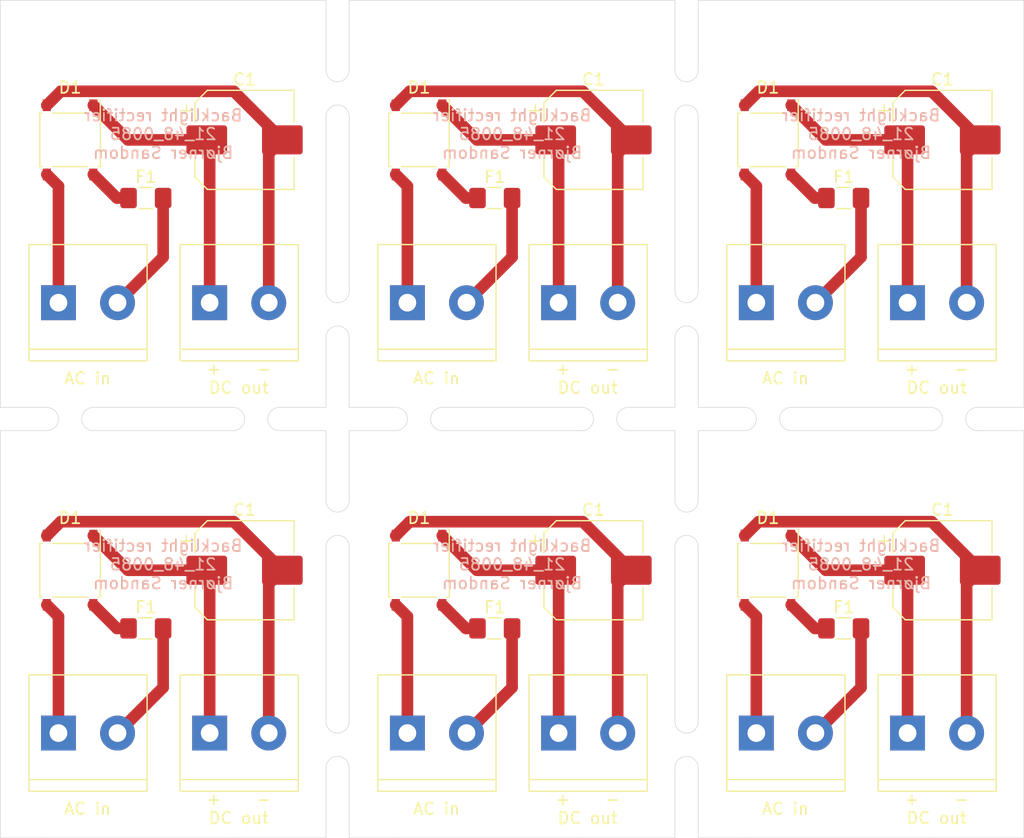
<source format=kicad_pcb>
(kicad_pcb (version 20171130) (host pcbnew "(5.1.10)-1")

  (general
    (thickness 1.6)
    (drawings 142)
    (tracks 90)
    (zones 0)
    (modules 50)
    (nets 6)
  )

  (page A4)
  (layers
    (0 F.Cu signal)
    (31 B.Cu signal)
    (32 B.Adhes user)
    (33 F.Adhes user)
    (34 B.Paste user)
    (35 F.Paste user)
    (36 B.SilkS user)
    (37 F.SilkS user)
    (38 B.Mask user)
    (39 F.Mask user)
    (40 Dwgs.User user)
    (41 Cmts.User user)
    (42 Eco1.User user)
    (43 Eco2.User user)
    (44 Edge.Cuts user)
    (45 Margin user)
    (46 B.CrtYd user)
    (47 F.CrtYd user)
    (48 B.Fab user)
    (49 F.Fab user)
  )

  (setup
    (last_trace_width 0.25)
    (trace_clearance 0.2)
    (zone_clearance 0.508)
    (zone_45_only no)
    (trace_min 0.2)
    (via_size 0.8)
    (via_drill 0.4)
    (via_min_size 0.4)
    (via_min_drill 0.3)
    (uvia_size 0.3)
    (uvia_drill 0.1)
    (uvias_allowed no)
    (uvia_min_size 0.2)
    (uvia_min_drill 0.1)
    (edge_width 0.05)
    (segment_width 0.2)
    (pcb_text_width 0.3)
    (pcb_text_size 1.5 1.5)
    (mod_edge_width 0.12)
    (mod_text_size 1 1)
    (mod_text_width 0.15)
    (pad_size 1.524 1.524)
    (pad_drill 0.762)
    (pad_to_mask_clearance 0)
    (aux_axis_origin 0 0)
    (visible_elements 7FFFFFFF)
    (pcbplotparams
      (layerselection 0x010f0_ffffffff)
      (usegerberextensions true)
      (usegerberattributes true)
      (usegerberadvancedattributes true)
      (creategerberjobfile false)
      (excludeedgelayer true)
      (linewidth 0.100000)
      (plotframeref false)
      (viasonmask false)
      (mode 1)
      (useauxorigin false)
      (hpglpennumber 1)
      (hpglpenspeed 20)
      (hpglpendiameter 15.000000)
      (psnegative false)
      (psa4output false)
      (plotreference true)
      (plotvalue false)
      (plotinvisibletext false)
      (padsonsilk false)
      (subtractmaskfromsilk true)
      (outputformat 1)
      (mirror false)
      (drillshape 0)
      (scaleselection 1)
      (outputdirectory "gerber/"))
  )

  (net 0 "")
  (net 1 "Net-(C1-Pad2)")
  (net 2 "Net-(C1-Pad1)")
  (net 3 "Net-(D1-Pad4)")
  (net 4 "Net-(D1-Pad3)")
  (net 5 "Net-(F1-Pad2)")

  (net_class Default "This is the default net class."
    (clearance 0.2)
    (trace_width 0.25)
    (via_dia 0.8)
    (via_drill 0.4)
    (uvia_dia 0.3)
    (uvia_drill 0.1)
    (add_net "Net-(C1-Pad1)")
    (add_net "Net-(C1-Pad2)")
    (add_net "Net-(D1-Pad3)")
    (add_net "Net-(D1-Pad4)")
    (add_net "Net-(F1-Pad2)")
  )

  (module Diode_SMD:Diode_Bridge_Diotec_ABS (layer F.Cu) (tedit 5A4F6D53) (tstamp 61A816F7)
    (at 127 88 270)
    (descr "SMD diode bridge ABS (Diotec), see https://diotec.com/tl_files/diotec/files/pdf/datasheets/abs2.pdf")
    (tags "ABS MBLS")
    (path /61A74EC0)
    (attr smd)
    (fp_text reference D1 (at -4.5 0 180) (layer F.SilkS)
      (effects (font (size 1 1) (thickness 0.15)))
    )
    (fp_text value ABS10 (at 0 3.7 90) (layer F.Fab)
      (effects (font (size 1 1) (thickness 0.15)))
    )
    (fp_line (start 3.73 2.75) (end -3.72 2.75) (layer F.CrtYd) (width 0.05))
    (fp_line (start 3.73 2.75) (end 3.73 -2.75) (layer F.CrtYd) (width 0.05))
    (fp_line (start -3.72 -2.75) (end -3.72 2.75) (layer F.CrtYd) (width 0.05))
    (fp_line (start -3.72 -2.75) (end 3.73 -2.75) (layer F.CrtYd) (width 0.05))
    (fp_line (start -2.2 -2) (end -2.2 2.5) (layer F.Fab) (width 0.12))
    (fp_line (start -1.8 -2.5) (end -2.2 -2) (layer F.Fab) (width 0.12))
    (fp_line (start 2.2 -2.5) (end -1.8 -2.5) (layer F.Fab) (width 0.12))
    (fp_line (start 2.2 2.5) (end 2.2 -2.5) (layer F.Fab) (width 0.12))
    (fp_line (start -2.2 2.5) (end 2.2 2.5) (layer F.Fab) (width 0.12))
    (fp_line (start -2.3 1.5) (end -2.3 -1.5) (layer F.SilkS) (width 0.12))
    (fp_line (start 2.3 -1.5) (end 2.3 1.5) (layer F.SilkS) (width 0.12))
    (fp_line (start -2.3 2.6) (end -2.3 2.4) (layer F.SilkS) (width 0.12))
    (fp_line (start 2.3 2.6) (end -2.3 2.6) (layer F.SilkS) (width 0.12))
    (fp_line (start 2.3 2.4) (end 2.3 2.6) (layer F.SilkS) (width 0.12))
    (fp_line (start 2.3 -2.6) (end -3.5 -2.6) (layer F.SilkS) (width 0.12))
    (fp_line (start 2.3 -2.4) (end 2.3 -2.6) (layer F.SilkS) (width 0.12))
    (fp_text user %R (at 0 -0.065 90) (layer F.Fab)
      (effects (font (size 1 1) (thickness 0.15)))
    )
    (pad 4 smd rect (at 2.975 -2 270) (size 1 0.7) (layers F.Cu F.Paste F.Mask)
      (net 3 "Net-(D1-Pad4)"))
    (pad 3 smd rect (at 2.975 2 270) (size 1 0.7) (layers F.Cu F.Paste F.Mask)
      (net 4 "Net-(D1-Pad3)"))
    (pad 2 smd rect (at -2.975 2 270) (size 1 0.7) (layers F.Cu F.Paste F.Mask)
      (net 1 "Net-(C1-Pad2)"))
    (pad 1 smd rect (at -2.975 -2 270) (size 1 0.7) (layers F.Cu F.Paste F.Mask)
      (net 2 "Net-(C1-Pad1)"))
    (model ${KISYS3DMOD}/Diode_SMD.3dshapes/Diode_Bridge_Diotec_ABS.wrl
      (at (xyz 0 0 0))
      (scale (xyz 1 1 1))
      (rotate (xyz 0 0 0))
    )
  )

  (module Diode_SMD:Diode_Bridge_Diotec_ABS (layer F.Cu) (tedit 5A4F6D53) (tstamp 61A816C7)
    (at 97 88 270)
    (descr "SMD diode bridge ABS (Diotec), see https://diotec.com/tl_files/diotec/files/pdf/datasheets/abs2.pdf")
    (tags "ABS MBLS")
    (path /61A74EC0)
    (attr smd)
    (fp_text reference D1 (at -4.5 0 180) (layer F.SilkS)
      (effects (font (size 1 1) (thickness 0.15)))
    )
    (fp_text value ABS10 (at 0 3.7 90) (layer F.Fab)
      (effects (font (size 1 1) (thickness 0.15)))
    )
    (fp_line (start 3.73 2.75) (end -3.72 2.75) (layer F.CrtYd) (width 0.05))
    (fp_line (start 3.73 2.75) (end 3.73 -2.75) (layer F.CrtYd) (width 0.05))
    (fp_line (start -3.72 -2.75) (end -3.72 2.75) (layer F.CrtYd) (width 0.05))
    (fp_line (start -3.72 -2.75) (end 3.73 -2.75) (layer F.CrtYd) (width 0.05))
    (fp_line (start -2.2 -2) (end -2.2 2.5) (layer F.Fab) (width 0.12))
    (fp_line (start -1.8 -2.5) (end -2.2 -2) (layer F.Fab) (width 0.12))
    (fp_line (start 2.2 -2.5) (end -1.8 -2.5) (layer F.Fab) (width 0.12))
    (fp_line (start 2.2 2.5) (end 2.2 -2.5) (layer F.Fab) (width 0.12))
    (fp_line (start -2.2 2.5) (end 2.2 2.5) (layer F.Fab) (width 0.12))
    (fp_line (start -2.3 1.5) (end -2.3 -1.5) (layer F.SilkS) (width 0.12))
    (fp_line (start 2.3 -1.5) (end 2.3 1.5) (layer F.SilkS) (width 0.12))
    (fp_line (start -2.3 2.6) (end -2.3 2.4) (layer F.SilkS) (width 0.12))
    (fp_line (start 2.3 2.6) (end -2.3 2.6) (layer F.SilkS) (width 0.12))
    (fp_line (start 2.3 2.4) (end 2.3 2.6) (layer F.SilkS) (width 0.12))
    (fp_line (start 2.3 -2.6) (end -3.5 -2.6) (layer F.SilkS) (width 0.12))
    (fp_line (start 2.3 -2.4) (end 2.3 -2.6) (layer F.SilkS) (width 0.12))
    (fp_text user %R (at 0 -0.065 90) (layer F.Fab)
      (effects (font (size 1 1) (thickness 0.15)))
    )
    (pad 4 smd rect (at 2.975 -2 270) (size 1 0.7) (layers F.Cu F.Paste F.Mask)
      (net 3 "Net-(D1-Pad4)"))
    (pad 3 smd rect (at 2.975 2 270) (size 1 0.7) (layers F.Cu F.Paste F.Mask)
      (net 4 "Net-(D1-Pad3)"))
    (pad 2 smd rect (at -2.975 2 270) (size 1 0.7) (layers F.Cu F.Paste F.Mask)
      (net 1 "Net-(C1-Pad2)"))
    (pad 1 smd rect (at -2.975 -2 270) (size 1 0.7) (layers F.Cu F.Paste F.Mask)
      (net 2 "Net-(C1-Pad1)"))
    (model ${KISYS3DMOD}/Diode_SMD.3dshapes/Diode_Bridge_Diotec_ABS.wrl
      (at (xyz 0 0 0))
      (scale (xyz 1 1 1))
      (rotate (xyz 0 0 0))
    )
  )

  (module Diode_SMD:Diode_Bridge_Diotec_ABS (layer F.Cu) (tedit 5A4F6D53) (tstamp 61A81697)
    (at 67 88 270)
    (descr "SMD diode bridge ABS (Diotec), see https://diotec.com/tl_files/diotec/files/pdf/datasheets/abs2.pdf")
    (tags "ABS MBLS")
    (path /61A74EC0)
    (attr smd)
    (fp_text reference D1 (at -4.5 0 180) (layer F.SilkS)
      (effects (font (size 1 1) (thickness 0.15)))
    )
    (fp_text value ABS10 (at 0 3.7 90) (layer F.Fab)
      (effects (font (size 1 1) (thickness 0.15)))
    )
    (fp_line (start 3.73 2.75) (end -3.72 2.75) (layer F.CrtYd) (width 0.05))
    (fp_line (start 3.73 2.75) (end 3.73 -2.75) (layer F.CrtYd) (width 0.05))
    (fp_line (start -3.72 -2.75) (end -3.72 2.75) (layer F.CrtYd) (width 0.05))
    (fp_line (start -3.72 -2.75) (end 3.73 -2.75) (layer F.CrtYd) (width 0.05))
    (fp_line (start -2.2 -2) (end -2.2 2.5) (layer F.Fab) (width 0.12))
    (fp_line (start -1.8 -2.5) (end -2.2 -2) (layer F.Fab) (width 0.12))
    (fp_line (start 2.2 -2.5) (end -1.8 -2.5) (layer F.Fab) (width 0.12))
    (fp_line (start 2.2 2.5) (end 2.2 -2.5) (layer F.Fab) (width 0.12))
    (fp_line (start -2.2 2.5) (end 2.2 2.5) (layer F.Fab) (width 0.12))
    (fp_line (start -2.3 1.5) (end -2.3 -1.5) (layer F.SilkS) (width 0.12))
    (fp_line (start 2.3 -1.5) (end 2.3 1.5) (layer F.SilkS) (width 0.12))
    (fp_line (start -2.3 2.6) (end -2.3 2.4) (layer F.SilkS) (width 0.12))
    (fp_line (start 2.3 2.6) (end -2.3 2.6) (layer F.SilkS) (width 0.12))
    (fp_line (start 2.3 2.4) (end 2.3 2.6) (layer F.SilkS) (width 0.12))
    (fp_line (start 2.3 -2.6) (end -3.5 -2.6) (layer F.SilkS) (width 0.12))
    (fp_line (start 2.3 -2.4) (end 2.3 -2.6) (layer F.SilkS) (width 0.12))
    (fp_text user %R (at 0 -0.065 90) (layer F.Fab)
      (effects (font (size 1 1) (thickness 0.15)))
    )
    (pad 4 smd rect (at 2.975 -2 270) (size 1 0.7) (layers F.Cu F.Paste F.Mask)
      (net 3 "Net-(D1-Pad4)"))
    (pad 3 smd rect (at 2.975 2 270) (size 1 0.7) (layers F.Cu F.Paste F.Mask)
      (net 4 "Net-(D1-Pad3)"))
    (pad 2 smd rect (at -2.975 2 270) (size 1 0.7) (layers F.Cu F.Paste F.Mask)
      (net 1 "Net-(C1-Pad2)"))
    (pad 1 smd rect (at -2.975 -2 270) (size 1 0.7) (layers F.Cu F.Paste F.Mask)
      (net 2 "Net-(C1-Pad1)"))
    (model ${KISYS3DMOD}/Diode_SMD.3dshapes/Diode_Bridge_Diotec_ABS.wrl
      (at (xyz 0 0 0))
      (scale (xyz 1 1 1))
      (rotate (xyz 0 0 0))
    )
  )

  (module Diode_SMD:Diode_Bridge_Diotec_ABS (layer F.Cu) (tedit 5A4F6D53) (tstamp 61A81667)
    (at 127 51 270)
    (descr "SMD diode bridge ABS (Diotec), see https://diotec.com/tl_files/diotec/files/pdf/datasheets/abs2.pdf")
    (tags "ABS MBLS")
    (path /61A74EC0)
    (attr smd)
    (fp_text reference D1 (at -4.5 0 180) (layer F.SilkS)
      (effects (font (size 1 1) (thickness 0.15)))
    )
    (fp_text value ABS10 (at 0 3.7 90) (layer F.Fab)
      (effects (font (size 1 1) (thickness 0.15)))
    )
    (fp_line (start 3.73 2.75) (end -3.72 2.75) (layer F.CrtYd) (width 0.05))
    (fp_line (start 3.73 2.75) (end 3.73 -2.75) (layer F.CrtYd) (width 0.05))
    (fp_line (start -3.72 -2.75) (end -3.72 2.75) (layer F.CrtYd) (width 0.05))
    (fp_line (start -3.72 -2.75) (end 3.73 -2.75) (layer F.CrtYd) (width 0.05))
    (fp_line (start -2.2 -2) (end -2.2 2.5) (layer F.Fab) (width 0.12))
    (fp_line (start -1.8 -2.5) (end -2.2 -2) (layer F.Fab) (width 0.12))
    (fp_line (start 2.2 -2.5) (end -1.8 -2.5) (layer F.Fab) (width 0.12))
    (fp_line (start 2.2 2.5) (end 2.2 -2.5) (layer F.Fab) (width 0.12))
    (fp_line (start -2.2 2.5) (end 2.2 2.5) (layer F.Fab) (width 0.12))
    (fp_line (start -2.3 1.5) (end -2.3 -1.5) (layer F.SilkS) (width 0.12))
    (fp_line (start 2.3 -1.5) (end 2.3 1.5) (layer F.SilkS) (width 0.12))
    (fp_line (start -2.3 2.6) (end -2.3 2.4) (layer F.SilkS) (width 0.12))
    (fp_line (start 2.3 2.6) (end -2.3 2.6) (layer F.SilkS) (width 0.12))
    (fp_line (start 2.3 2.4) (end 2.3 2.6) (layer F.SilkS) (width 0.12))
    (fp_line (start 2.3 -2.6) (end -3.5 -2.6) (layer F.SilkS) (width 0.12))
    (fp_line (start 2.3 -2.4) (end 2.3 -2.6) (layer F.SilkS) (width 0.12))
    (fp_text user %R (at 0 -0.065 90) (layer F.Fab)
      (effects (font (size 1 1) (thickness 0.15)))
    )
    (pad 4 smd rect (at 2.975 -2 270) (size 1 0.7) (layers F.Cu F.Paste F.Mask)
      (net 3 "Net-(D1-Pad4)"))
    (pad 3 smd rect (at 2.975 2 270) (size 1 0.7) (layers F.Cu F.Paste F.Mask)
      (net 4 "Net-(D1-Pad3)"))
    (pad 2 smd rect (at -2.975 2 270) (size 1 0.7) (layers F.Cu F.Paste F.Mask)
      (net 1 "Net-(C1-Pad2)"))
    (pad 1 smd rect (at -2.975 -2 270) (size 1 0.7) (layers F.Cu F.Paste F.Mask)
      (net 2 "Net-(C1-Pad1)"))
    (model ${KISYS3DMOD}/Diode_SMD.3dshapes/Diode_Bridge_Diotec_ABS.wrl
      (at (xyz 0 0 0))
      (scale (xyz 1 1 1))
      (rotate (xyz 0 0 0))
    )
  )

  (module Diode_SMD:Diode_Bridge_Diotec_ABS (layer F.Cu) (tedit 5A4F6D53) (tstamp 61A81637)
    (at 97 51 270)
    (descr "SMD diode bridge ABS (Diotec), see https://diotec.com/tl_files/diotec/files/pdf/datasheets/abs2.pdf")
    (tags "ABS MBLS")
    (path /61A74EC0)
    (attr smd)
    (fp_text reference D1 (at -4.5 0 180) (layer F.SilkS)
      (effects (font (size 1 1) (thickness 0.15)))
    )
    (fp_text value ABS10 (at 0 3.7 90) (layer F.Fab)
      (effects (font (size 1 1) (thickness 0.15)))
    )
    (fp_line (start 3.73 2.75) (end -3.72 2.75) (layer F.CrtYd) (width 0.05))
    (fp_line (start 3.73 2.75) (end 3.73 -2.75) (layer F.CrtYd) (width 0.05))
    (fp_line (start -3.72 -2.75) (end -3.72 2.75) (layer F.CrtYd) (width 0.05))
    (fp_line (start -3.72 -2.75) (end 3.73 -2.75) (layer F.CrtYd) (width 0.05))
    (fp_line (start -2.2 -2) (end -2.2 2.5) (layer F.Fab) (width 0.12))
    (fp_line (start -1.8 -2.5) (end -2.2 -2) (layer F.Fab) (width 0.12))
    (fp_line (start 2.2 -2.5) (end -1.8 -2.5) (layer F.Fab) (width 0.12))
    (fp_line (start 2.2 2.5) (end 2.2 -2.5) (layer F.Fab) (width 0.12))
    (fp_line (start -2.2 2.5) (end 2.2 2.5) (layer F.Fab) (width 0.12))
    (fp_line (start -2.3 1.5) (end -2.3 -1.5) (layer F.SilkS) (width 0.12))
    (fp_line (start 2.3 -1.5) (end 2.3 1.5) (layer F.SilkS) (width 0.12))
    (fp_line (start -2.3 2.6) (end -2.3 2.4) (layer F.SilkS) (width 0.12))
    (fp_line (start 2.3 2.6) (end -2.3 2.6) (layer F.SilkS) (width 0.12))
    (fp_line (start 2.3 2.4) (end 2.3 2.6) (layer F.SilkS) (width 0.12))
    (fp_line (start 2.3 -2.6) (end -3.5 -2.6) (layer F.SilkS) (width 0.12))
    (fp_line (start 2.3 -2.4) (end 2.3 -2.6) (layer F.SilkS) (width 0.12))
    (fp_text user %R (at 0 -0.065 90) (layer F.Fab)
      (effects (font (size 1 1) (thickness 0.15)))
    )
    (pad 4 smd rect (at 2.975 -2 270) (size 1 0.7) (layers F.Cu F.Paste F.Mask)
      (net 3 "Net-(D1-Pad4)"))
    (pad 3 smd rect (at 2.975 2 270) (size 1 0.7) (layers F.Cu F.Paste F.Mask)
      (net 4 "Net-(D1-Pad3)"))
    (pad 2 smd rect (at -2.975 2 270) (size 1 0.7) (layers F.Cu F.Paste F.Mask)
      (net 1 "Net-(C1-Pad2)"))
    (pad 1 smd rect (at -2.975 -2 270) (size 1 0.7) (layers F.Cu F.Paste F.Mask)
      (net 2 "Net-(C1-Pad1)"))
    (model ${KISYS3DMOD}/Diode_SMD.3dshapes/Diode_Bridge_Diotec_ABS.wrl
      (at (xyz 0 0 0))
      (scale (xyz 1 1 1))
      (rotate (xyz 0 0 0))
    )
  )

  (module Capacitor_SMD:CP_Elec_8x10 (layer F.Cu) (tedit 5BCA39D0) (tstamp 61A815D1)
    (at 142 88)
    (descr "SMD capacitor, aluminum electrolytic, Nichicon, 8.0x10mm")
    (tags "capacitor electrolytic")
    (path /61A77CD0)
    (attr smd)
    (fp_text reference C1 (at 0 -5.2) (layer F.SilkS)
      (effects (font (size 1 1) (thickness 0.15)))
    )
    (fp_text value "220µF 16V" (at 0 5.2) (layer F.Fab)
      (effects (font (size 1 1) (thickness 0.15)))
    )
    (fp_line (start -5.25 1.5) (end -4.4 1.5) (layer F.CrtYd) (width 0.05))
    (fp_line (start -5.25 -1.5) (end -5.25 1.5) (layer F.CrtYd) (width 0.05))
    (fp_line (start -4.4 -1.5) (end -5.25 -1.5) (layer F.CrtYd) (width 0.05))
    (fp_line (start -4.4 1.5) (end -4.4 3.25) (layer F.CrtYd) (width 0.05))
    (fp_line (start -4.4 -3.25) (end -4.4 -1.5) (layer F.CrtYd) (width 0.05))
    (fp_line (start -4.4 -3.25) (end -3.25 -4.4) (layer F.CrtYd) (width 0.05))
    (fp_line (start -4.4 3.25) (end -3.25 4.4) (layer F.CrtYd) (width 0.05))
    (fp_line (start -3.25 -4.4) (end 4.4 -4.4) (layer F.CrtYd) (width 0.05))
    (fp_line (start -3.25 4.4) (end 4.4 4.4) (layer F.CrtYd) (width 0.05))
    (fp_line (start 4.4 1.5) (end 4.4 4.4) (layer F.CrtYd) (width 0.05))
    (fp_line (start 5.25 1.5) (end 4.4 1.5) (layer F.CrtYd) (width 0.05))
    (fp_line (start 5.25 -1.5) (end 5.25 1.5) (layer F.CrtYd) (width 0.05))
    (fp_line (start 4.4 -1.5) (end 5.25 -1.5) (layer F.CrtYd) (width 0.05))
    (fp_line (start 4.4 -4.4) (end 4.4 -1.5) (layer F.CrtYd) (width 0.05))
    (fp_line (start -5 -3.01) (end -5 -2.01) (layer F.SilkS) (width 0.12))
    (fp_line (start -5.5 -2.51) (end -4.5 -2.51) (layer F.SilkS) (width 0.12))
    (fp_line (start -4.26 3.195563) (end -3.195563 4.26) (layer F.SilkS) (width 0.12))
    (fp_line (start -4.26 -3.195563) (end -3.195563 -4.26) (layer F.SilkS) (width 0.12))
    (fp_line (start -4.26 -3.195563) (end -4.26 -1.51) (layer F.SilkS) (width 0.12))
    (fp_line (start -4.26 3.195563) (end -4.26 1.51) (layer F.SilkS) (width 0.12))
    (fp_line (start -3.195563 4.26) (end 4.26 4.26) (layer F.SilkS) (width 0.12))
    (fp_line (start -3.195563 -4.26) (end 4.26 -4.26) (layer F.SilkS) (width 0.12))
    (fp_line (start 4.26 -4.26) (end 4.26 -1.51) (layer F.SilkS) (width 0.12))
    (fp_line (start 4.26 4.26) (end 4.26 1.51) (layer F.SilkS) (width 0.12))
    (fp_line (start -3.162278 -1.9) (end -3.162278 -1.1) (layer F.Fab) (width 0.1))
    (fp_line (start -3.562278 -1.5) (end -2.762278 -1.5) (layer F.Fab) (width 0.1))
    (fp_line (start -4.15 3.15) (end -3.15 4.15) (layer F.Fab) (width 0.1))
    (fp_line (start -4.15 -3.15) (end -3.15 -4.15) (layer F.Fab) (width 0.1))
    (fp_line (start -4.15 -3.15) (end -4.15 3.15) (layer F.Fab) (width 0.1))
    (fp_line (start -3.15 4.15) (end 4.15 4.15) (layer F.Fab) (width 0.1))
    (fp_line (start -3.15 -4.15) (end 4.15 -4.15) (layer F.Fab) (width 0.1))
    (fp_line (start 4.15 -4.15) (end 4.15 4.15) (layer F.Fab) (width 0.1))
    (fp_circle (center 0 0) (end 4 0) (layer F.Fab) (width 0.1))
    (fp_text user %R (at 0 0) (layer F.Fab)
      (effects (font (size 1 1) (thickness 0.15)))
    )
    (pad 2 smd roundrect (at 3.25 0) (size 3.5 2.5) (layers F.Cu F.Paste F.Mask) (roundrect_rratio 0.1)
      (net 1 "Net-(C1-Pad2)"))
    (pad 1 smd roundrect (at -3.25 0) (size 3.5 2.5) (layers F.Cu F.Paste F.Mask) (roundrect_rratio 0.1)
      (net 2 "Net-(C1-Pad1)"))
    (model ${KISYS3DMOD}/Capacitor_SMD.3dshapes/CP_Elec_8x10.wrl
      (at (xyz 0 0 0))
      (scale (xyz 1 1 1))
      (rotate (xyz 0 0 0))
    )
  )

  (module Capacitor_SMD:CP_Elec_8x10 (layer F.Cu) (tedit 5BCA39D0) (tstamp 61A81583)
    (at 112 88)
    (descr "SMD capacitor, aluminum electrolytic, Nichicon, 8.0x10mm")
    (tags "capacitor electrolytic")
    (path /61A77CD0)
    (attr smd)
    (fp_text reference C1 (at 0 -5.2) (layer F.SilkS)
      (effects (font (size 1 1) (thickness 0.15)))
    )
    (fp_text value "220µF 16V" (at 0 5.2) (layer F.Fab)
      (effects (font (size 1 1) (thickness 0.15)))
    )
    (fp_line (start -5.25 1.5) (end -4.4 1.5) (layer F.CrtYd) (width 0.05))
    (fp_line (start -5.25 -1.5) (end -5.25 1.5) (layer F.CrtYd) (width 0.05))
    (fp_line (start -4.4 -1.5) (end -5.25 -1.5) (layer F.CrtYd) (width 0.05))
    (fp_line (start -4.4 1.5) (end -4.4 3.25) (layer F.CrtYd) (width 0.05))
    (fp_line (start -4.4 -3.25) (end -4.4 -1.5) (layer F.CrtYd) (width 0.05))
    (fp_line (start -4.4 -3.25) (end -3.25 -4.4) (layer F.CrtYd) (width 0.05))
    (fp_line (start -4.4 3.25) (end -3.25 4.4) (layer F.CrtYd) (width 0.05))
    (fp_line (start -3.25 -4.4) (end 4.4 -4.4) (layer F.CrtYd) (width 0.05))
    (fp_line (start -3.25 4.4) (end 4.4 4.4) (layer F.CrtYd) (width 0.05))
    (fp_line (start 4.4 1.5) (end 4.4 4.4) (layer F.CrtYd) (width 0.05))
    (fp_line (start 5.25 1.5) (end 4.4 1.5) (layer F.CrtYd) (width 0.05))
    (fp_line (start 5.25 -1.5) (end 5.25 1.5) (layer F.CrtYd) (width 0.05))
    (fp_line (start 4.4 -1.5) (end 5.25 -1.5) (layer F.CrtYd) (width 0.05))
    (fp_line (start 4.4 -4.4) (end 4.4 -1.5) (layer F.CrtYd) (width 0.05))
    (fp_line (start -5 -3.01) (end -5 -2.01) (layer F.SilkS) (width 0.12))
    (fp_line (start -5.5 -2.51) (end -4.5 -2.51) (layer F.SilkS) (width 0.12))
    (fp_line (start -4.26 3.195563) (end -3.195563 4.26) (layer F.SilkS) (width 0.12))
    (fp_line (start -4.26 -3.195563) (end -3.195563 -4.26) (layer F.SilkS) (width 0.12))
    (fp_line (start -4.26 -3.195563) (end -4.26 -1.51) (layer F.SilkS) (width 0.12))
    (fp_line (start -4.26 3.195563) (end -4.26 1.51) (layer F.SilkS) (width 0.12))
    (fp_line (start -3.195563 4.26) (end 4.26 4.26) (layer F.SilkS) (width 0.12))
    (fp_line (start -3.195563 -4.26) (end 4.26 -4.26) (layer F.SilkS) (width 0.12))
    (fp_line (start 4.26 -4.26) (end 4.26 -1.51) (layer F.SilkS) (width 0.12))
    (fp_line (start 4.26 4.26) (end 4.26 1.51) (layer F.SilkS) (width 0.12))
    (fp_line (start -3.162278 -1.9) (end -3.162278 -1.1) (layer F.Fab) (width 0.1))
    (fp_line (start -3.562278 -1.5) (end -2.762278 -1.5) (layer F.Fab) (width 0.1))
    (fp_line (start -4.15 3.15) (end -3.15 4.15) (layer F.Fab) (width 0.1))
    (fp_line (start -4.15 -3.15) (end -3.15 -4.15) (layer F.Fab) (width 0.1))
    (fp_line (start -4.15 -3.15) (end -4.15 3.15) (layer F.Fab) (width 0.1))
    (fp_line (start -3.15 4.15) (end 4.15 4.15) (layer F.Fab) (width 0.1))
    (fp_line (start -3.15 -4.15) (end 4.15 -4.15) (layer F.Fab) (width 0.1))
    (fp_line (start 4.15 -4.15) (end 4.15 4.15) (layer F.Fab) (width 0.1))
    (fp_circle (center 0 0) (end 4 0) (layer F.Fab) (width 0.1))
    (fp_text user %R (at 0 0) (layer F.Fab)
      (effects (font (size 1 1) (thickness 0.15)))
    )
    (pad 2 smd roundrect (at 3.25 0) (size 3.5 2.5) (layers F.Cu F.Paste F.Mask) (roundrect_rratio 0.1)
      (net 1 "Net-(C1-Pad2)"))
    (pad 1 smd roundrect (at -3.25 0) (size 3.5 2.5) (layers F.Cu F.Paste F.Mask) (roundrect_rratio 0.1)
      (net 2 "Net-(C1-Pad1)"))
    (model ${KISYS3DMOD}/Capacitor_SMD.3dshapes/CP_Elec_8x10.wrl
      (at (xyz 0 0 0))
      (scale (xyz 1 1 1))
      (rotate (xyz 0 0 0))
    )
  )

  (module Capacitor_SMD:CP_Elec_8x10 (layer F.Cu) (tedit 5BCA39D0) (tstamp 61A81535)
    (at 82 88)
    (descr "SMD capacitor, aluminum electrolytic, Nichicon, 8.0x10mm")
    (tags "capacitor electrolytic")
    (path /61A77CD0)
    (attr smd)
    (fp_text reference C1 (at 0 -5.2) (layer F.SilkS)
      (effects (font (size 1 1) (thickness 0.15)))
    )
    (fp_text value "220µF 16V" (at 0 5.2) (layer F.Fab)
      (effects (font (size 1 1) (thickness 0.15)))
    )
    (fp_line (start -5.25 1.5) (end -4.4 1.5) (layer F.CrtYd) (width 0.05))
    (fp_line (start -5.25 -1.5) (end -5.25 1.5) (layer F.CrtYd) (width 0.05))
    (fp_line (start -4.4 -1.5) (end -5.25 -1.5) (layer F.CrtYd) (width 0.05))
    (fp_line (start -4.4 1.5) (end -4.4 3.25) (layer F.CrtYd) (width 0.05))
    (fp_line (start -4.4 -3.25) (end -4.4 -1.5) (layer F.CrtYd) (width 0.05))
    (fp_line (start -4.4 -3.25) (end -3.25 -4.4) (layer F.CrtYd) (width 0.05))
    (fp_line (start -4.4 3.25) (end -3.25 4.4) (layer F.CrtYd) (width 0.05))
    (fp_line (start -3.25 -4.4) (end 4.4 -4.4) (layer F.CrtYd) (width 0.05))
    (fp_line (start -3.25 4.4) (end 4.4 4.4) (layer F.CrtYd) (width 0.05))
    (fp_line (start 4.4 1.5) (end 4.4 4.4) (layer F.CrtYd) (width 0.05))
    (fp_line (start 5.25 1.5) (end 4.4 1.5) (layer F.CrtYd) (width 0.05))
    (fp_line (start 5.25 -1.5) (end 5.25 1.5) (layer F.CrtYd) (width 0.05))
    (fp_line (start 4.4 -1.5) (end 5.25 -1.5) (layer F.CrtYd) (width 0.05))
    (fp_line (start 4.4 -4.4) (end 4.4 -1.5) (layer F.CrtYd) (width 0.05))
    (fp_line (start -5 -3.01) (end -5 -2.01) (layer F.SilkS) (width 0.12))
    (fp_line (start -5.5 -2.51) (end -4.5 -2.51) (layer F.SilkS) (width 0.12))
    (fp_line (start -4.26 3.195563) (end -3.195563 4.26) (layer F.SilkS) (width 0.12))
    (fp_line (start -4.26 -3.195563) (end -3.195563 -4.26) (layer F.SilkS) (width 0.12))
    (fp_line (start -4.26 -3.195563) (end -4.26 -1.51) (layer F.SilkS) (width 0.12))
    (fp_line (start -4.26 3.195563) (end -4.26 1.51) (layer F.SilkS) (width 0.12))
    (fp_line (start -3.195563 4.26) (end 4.26 4.26) (layer F.SilkS) (width 0.12))
    (fp_line (start -3.195563 -4.26) (end 4.26 -4.26) (layer F.SilkS) (width 0.12))
    (fp_line (start 4.26 -4.26) (end 4.26 -1.51) (layer F.SilkS) (width 0.12))
    (fp_line (start 4.26 4.26) (end 4.26 1.51) (layer F.SilkS) (width 0.12))
    (fp_line (start -3.162278 -1.9) (end -3.162278 -1.1) (layer F.Fab) (width 0.1))
    (fp_line (start -3.562278 -1.5) (end -2.762278 -1.5) (layer F.Fab) (width 0.1))
    (fp_line (start -4.15 3.15) (end -3.15 4.15) (layer F.Fab) (width 0.1))
    (fp_line (start -4.15 -3.15) (end -3.15 -4.15) (layer F.Fab) (width 0.1))
    (fp_line (start -4.15 -3.15) (end -4.15 3.15) (layer F.Fab) (width 0.1))
    (fp_line (start -3.15 4.15) (end 4.15 4.15) (layer F.Fab) (width 0.1))
    (fp_line (start -3.15 -4.15) (end 4.15 -4.15) (layer F.Fab) (width 0.1))
    (fp_line (start 4.15 -4.15) (end 4.15 4.15) (layer F.Fab) (width 0.1))
    (fp_circle (center 0 0) (end 4 0) (layer F.Fab) (width 0.1))
    (fp_text user %R (at 0 0) (layer F.Fab)
      (effects (font (size 1 1) (thickness 0.15)))
    )
    (pad 2 smd roundrect (at 3.25 0) (size 3.5 2.5) (layers F.Cu F.Paste F.Mask) (roundrect_rratio 0.1)
      (net 1 "Net-(C1-Pad2)"))
    (pad 1 smd roundrect (at -3.25 0) (size 3.5 2.5) (layers F.Cu F.Paste F.Mask) (roundrect_rratio 0.1)
      (net 2 "Net-(C1-Pad1)"))
    (model ${KISYS3DMOD}/Capacitor_SMD.3dshapes/CP_Elec_8x10.wrl
      (at (xyz 0 0 0))
      (scale (xyz 1 1 1))
      (rotate (xyz 0 0 0))
    )
  )

  (module Capacitor_SMD:CP_Elec_8x10 (layer F.Cu) (tedit 5BCA39D0) (tstamp 61A814E7)
    (at 142 51)
    (descr "SMD capacitor, aluminum electrolytic, Nichicon, 8.0x10mm")
    (tags "capacitor electrolytic")
    (path /61A77CD0)
    (attr smd)
    (fp_text reference C1 (at 0 -5.2) (layer F.SilkS)
      (effects (font (size 1 1) (thickness 0.15)))
    )
    (fp_text value "220µF 16V" (at 0 5.2) (layer F.Fab)
      (effects (font (size 1 1) (thickness 0.15)))
    )
    (fp_line (start -5.25 1.5) (end -4.4 1.5) (layer F.CrtYd) (width 0.05))
    (fp_line (start -5.25 -1.5) (end -5.25 1.5) (layer F.CrtYd) (width 0.05))
    (fp_line (start -4.4 -1.5) (end -5.25 -1.5) (layer F.CrtYd) (width 0.05))
    (fp_line (start -4.4 1.5) (end -4.4 3.25) (layer F.CrtYd) (width 0.05))
    (fp_line (start -4.4 -3.25) (end -4.4 -1.5) (layer F.CrtYd) (width 0.05))
    (fp_line (start -4.4 -3.25) (end -3.25 -4.4) (layer F.CrtYd) (width 0.05))
    (fp_line (start -4.4 3.25) (end -3.25 4.4) (layer F.CrtYd) (width 0.05))
    (fp_line (start -3.25 -4.4) (end 4.4 -4.4) (layer F.CrtYd) (width 0.05))
    (fp_line (start -3.25 4.4) (end 4.4 4.4) (layer F.CrtYd) (width 0.05))
    (fp_line (start 4.4 1.5) (end 4.4 4.4) (layer F.CrtYd) (width 0.05))
    (fp_line (start 5.25 1.5) (end 4.4 1.5) (layer F.CrtYd) (width 0.05))
    (fp_line (start 5.25 -1.5) (end 5.25 1.5) (layer F.CrtYd) (width 0.05))
    (fp_line (start 4.4 -1.5) (end 5.25 -1.5) (layer F.CrtYd) (width 0.05))
    (fp_line (start 4.4 -4.4) (end 4.4 -1.5) (layer F.CrtYd) (width 0.05))
    (fp_line (start -5 -3.01) (end -5 -2.01) (layer F.SilkS) (width 0.12))
    (fp_line (start -5.5 -2.51) (end -4.5 -2.51) (layer F.SilkS) (width 0.12))
    (fp_line (start -4.26 3.195563) (end -3.195563 4.26) (layer F.SilkS) (width 0.12))
    (fp_line (start -4.26 -3.195563) (end -3.195563 -4.26) (layer F.SilkS) (width 0.12))
    (fp_line (start -4.26 -3.195563) (end -4.26 -1.51) (layer F.SilkS) (width 0.12))
    (fp_line (start -4.26 3.195563) (end -4.26 1.51) (layer F.SilkS) (width 0.12))
    (fp_line (start -3.195563 4.26) (end 4.26 4.26) (layer F.SilkS) (width 0.12))
    (fp_line (start -3.195563 -4.26) (end 4.26 -4.26) (layer F.SilkS) (width 0.12))
    (fp_line (start 4.26 -4.26) (end 4.26 -1.51) (layer F.SilkS) (width 0.12))
    (fp_line (start 4.26 4.26) (end 4.26 1.51) (layer F.SilkS) (width 0.12))
    (fp_line (start -3.162278 -1.9) (end -3.162278 -1.1) (layer F.Fab) (width 0.1))
    (fp_line (start -3.562278 -1.5) (end -2.762278 -1.5) (layer F.Fab) (width 0.1))
    (fp_line (start -4.15 3.15) (end -3.15 4.15) (layer F.Fab) (width 0.1))
    (fp_line (start -4.15 -3.15) (end -3.15 -4.15) (layer F.Fab) (width 0.1))
    (fp_line (start -4.15 -3.15) (end -4.15 3.15) (layer F.Fab) (width 0.1))
    (fp_line (start -3.15 4.15) (end 4.15 4.15) (layer F.Fab) (width 0.1))
    (fp_line (start -3.15 -4.15) (end 4.15 -4.15) (layer F.Fab) (width 0.1))
    (fp_line (start 4.15 -4.15) (end 4.15 4.15) (layer F.Fab) (width 0.1))
    (fp_circle (center 0 0) (end 4 0) (layer F.Fab) (width 0.1))
    (fp_text user %R (at 0 0) (layer F.Fab)
      (effects (font (size 1 1) (thickness 0.15)))
    )
    (pad 2 smd roundrect (at 3.25 0) (size 3.5 2.5) (layers F.Cu F.Paste F.Mask) (roundrect_rratio 0.1)
      (net 1 "Net-(C1-Pad2)"))
    (pad 1 smd roundrect (at -3.25 0) (size 3.5 2.5) (layers F.Cu F.Paste F.Mask) (roundrect_rratio 0.1)
      (net 2 "Net-(C1-Pad1)"))
    (model ${KISYS3DMOD}/Capacitor_SMD.3dshapes/CP_Elec_8x10.wrl
      (at (xyz 0 0 0))
      (scale (xyz 1 1 1))
      (rotate (xyz 0 0 0))
    )
  )

  (module Capacitor_SMD:CP_Elec_8x10 (layer F.Cu) (tedit 5BCA39D0) (tstamp 61A81499)
    (at 112 51)
    (descr "SMD capacitor, aluminum electrolytic, Nichicon, 8.0x10mm")
    (tags "capacitor electrolytic")
    (path /61A77CD0)
    (attr smd)
    (fp_text reference C1 (at 0 -5.2) (layer F.SilkS)
      (effects (font (size 1 1) (thickness 0.15)))
    )
    (fp_text value "220µF 16V" (at 0 5.2) (layer F.Fab)
      (effects (font (size 1 1) (thickness 0.15)))
    )
    (fp_line (start -5.25 1.5) (end -4.4 1.5) (layer F.CrtYd) (width 0.05))
    (fp_line (start -5.25 -1.5) (end -5.25 1.5) (layer F.CrtYd) (width 0.05))
    (fp_line (start -4.4 -1.5) (end -5.25 -1.5) (layer F.CrtYd) (width 0.05))
    (fp_line (start -4.4 1.5) (end -4.4 3.25) (layer F.CrtYd) (width 0.05))
    (fp_line (start -4.4 -3.25) (end -4.4 -1.5) (layer F.CrtYd) (width 0.05))
    (fp_line (start -4.4 -3.25) (end -3.25 -4.4) (layer F.CrtYd) (width 0.05))
    (fp_line (start -4.4 3.25) (end -3.25 4.4) (layer F.CrtYd) (width 0.05))
    (fp_line (start -3.25 -4.4) (end 4.4 -4.4) (layer F.CrtYd) (width 0.05))
    (fp_line (start -3.25 4.4) (end 4.4 4.4) (layer F.CrtYd) (width 0.05))
    (fp_line (start 4.4 1.5) (end 4.4 4.4) (layer F.CrtYd) (width 0.05))
    (fp_line (start 5.25 1.5) (end 4.4 1.5) (layer F.CrtYd) (width 0.05))
    (fp_line (start 5.25 -1.5) (end 5.25 1.5) (layer F.CrtYd) (width 0.05))
    (fp_line (start 4.4 -1.5) (end 5.25 -1.5) (layer F.CrtYd) (width 0.05))
    (fp_line (start 4.4 -4.4) (end 4.4 -1.5) (layer F.CrtYd) (width 0.05))
    (fp_line (start -5 -3.01) (end -5 -2.01) (layer F.SilkS) (width 0.12))
    (fp_line (start -5.5 -2.51) (end -4.5 -2.51) (layer F.SilkS) (width 0.12))
    (fp_line (start -4.26 3.195563) (end -3.195563 4.26) (layer F.SilkS) (width 0.12))
    (fp_line (start -4.26 -3.195563) (end -3.195563 -4.26) (layer F.SilkS) (width 0.12))
    (fp_line (start -4.26 -3.195563) (end -4.26 -1.51) (layer F.SilkS) (width 0.12))
    (fp_line (start -4.26 3.195563) (end -4.26 1.51) (layer F.SilkS) (width 0.12))
    (fp_line (start -3.195563 4.26) (end 4.26 4.26) (layer F.SilkS) (width 0.12))
    (fp_line (start -3.195563 -4.26) (end 4.26 -4.26) (layer F.SilkS) (width 0.12))
    (fp_line (start 4.26 -4.26) (end 4.26 -1.51) (layer F.SilkS) (width 0.12))
    (fp_line (start 4.26 4.26) (end 4.26 1.51) (layer F.SilkS) (width 0.12))
    (fp_line (start -3.162278 -1.9) (end -3.162278 -1.1) (layer F.Fab) (width 0.1))
    (fp_line (start -3.562278 -1.5) (end -2.762278 -1.5) (layer F.Fab) (width 0.1))
    (fp_line (start -4.15 3.15) (end -3.15 4.15) (layer F.Fab) (width 0.1))
    (fp_line (start -4.15 -3.15) (end -3.15 -4.15) (layer F.Fab) (width 0.1))
    (fp_line (start -4.15 -3.15) (end -4.15 3.15) (layer F.Fab) (width 0.1))
    (fp_line (start -3.15 4.15) (end 4.15 4.15) (layer F.Fab) (width 0.1))
    (fp_line (start -3.15 -4.15) (end 4.15 -4.15) (layer F.Fab) (width 0.1))
    (fp_line (start 4.15 -4.15) (end 4.15 4.15) (layer F.Fab) (width 0.1))
    (fp_circle (center 0 0) (end 4 0) (layer F.Fab) (width 0.1))
    (fp_text user %R (at 0 0) (layer F.Fab)
      (effects (font (size 1 1) (thickness 0.15)))
    )
    (pad 2 smd roundrect (at 3.25 0) (size 3.5 2.5) (layers F.Cu F.Paste F.Mask) (roundrect_rratio 0.1)
      (net 1 "Net-(C1-Pad2)"))
    (pad 1 smd roundrect (at -3.25 0) (size 3.5 2.5) (layers F.Cu F.Paste F.Mask) (roundrect_rratio 0.1)
      (net 2 "Net-(C1-Pad1)"))
    (model ${KISYS3DMOD}/Capacitor_SMD.3dshapes/CP_Elec_8x10.wrl
      (at (xyz 0 0 0))
      (scale (xyz 1 1 1))
      (rotate (xyz 0 0 0))
    )
  )

  (module Fuse:Fuse_1206_3216Metric_Pad1.42x1.75mm_HandSolder (layer F.Cu) (tedit 5F68FEF1) (tstamp 61A81452)
    (at 133.5125 93)
    (descr "Fuse SMD 1206 (3216 Metric), square (rectangular) end terminal, IPC_7351 nominal with elongated pad for handsoldering. (Body size source: http://www.tortai-tech.com/upload/download/2011102023233369053.pdf), generated with kicad-footprint-generator")
    (tags "fuse handsolder")
    (path /61A758C5)
    (attr smd)
    (fp_text reference F1 (at 0 -1.82) (layer F.SilkS)
      (effects (font (size 1 1) (thickness 0.15)))
    )
    (fp_text value Fuse (at 0 1.82) (layer F.Fab)
      (effects (font (size 1 1) (thickness 0.15)))
    )
    (fp_line (start 2.45 1.12) (end -2.45 1.12) (layer F.CrtYd) (width 0.05))
    (fp_line (start 2.45 -1.12) (end 2.45 1.12) (layer F.CrtYd) (width 0.05))
    (fp_line (start -2.45 -1.12) (end 2.45 -1.12) (layer F.CrtYd) (width 0.05))
    (fp_line (start -2.45 1.12) (end -2.45 -1.12) (layer F.CrtYd) (width 0.05))
    (fp_line (start -0.602064 0.91) (end 0.602064 0.91) (layer F.SilkS) (width 0.12))
    (fp_line (start -0.602064 -0.91) (end 0.602064 -0.91) (layer F.SilkS) (width 0.12))
    (fp_line (start 1.6 0.8) (end -1.6 0.8) (layer F.Fab) (width 0.1))
    (fp_line (start 1.6 -0.8) (end 1.6 0.8) (layer F.Fab) (width 0.1))
    (fp_line (start -1.6 -0.8) (end 1.6 -0.8) (layer F.Fab) (width 0.1))
    (fp_line (start -1.6 0.8) (end -1.6 -0.8) (layer F.Fab) (width 0.1))
    (fp_text user %R (at 0 0) (layer F.Fab)
      (effects (font (size 0.8 0.8) (thickness 0.12)))
    )
    (pad 2 smd roundrect (at 1.4875 0) (size 1.425 1.75) (layers F.Cu F.Paste F.Mask) (roundrect_rratio 0.1754385964912281)
      (net 5 "Net-(F1-Pad2)"))
    (pad 1 smd roundrect (at -1.4875 0) (size 1.425 1.75) (layers F.Cu F.Paste F.Mask) (roundrect_rratio 0.1754385964912281)
      (net 3 "Net-(D1-Pad4)"))
    (model ${KISYS3DMOD}/Fuse.3dshapes/Fuse_1206_3216Metric.wrl
      (at (xyz 0 0 0))
      (scale (xyz 1 1 1))
      (rotate (xyz 0 0 0))
    )
  )

  (module Fuse:Fuse_1206_3216Metric_Pad1.42x1.75mm_HandSolder (layer F.Cu) (tedit 5F68FEF1) (tstamp 61A81432)
    (at 103.5125 93)
    (descr "Fuse SMD 1206 (3216 Metric), square (rectangular) end terminal, IPC_7351 nominal with elongated pad for handsoldering. (Body size source: http://www.tortai-tech.com/upload/download/2011102023233369053.pdf), generated with kicad-footprint-generator")
    (tags "fuse handsolder")
    (path /61A758C5)
    (attr smd)
    (fp_text reference F1 (at 0 -1.82) (layer F.SilkS)
      (effects (font (size 1 1) (thickness 0.15)))
    )
    (fp_text value Fuse (at 0 1.82) (layer F.Fab)
      (effects (font (size 1 1) (thickness 0.15)))
    )
    (fp_line (start 2.45 1.12) (end -2.45 1.12) (layer F.CrtYd) (width 0.05))
    (fp_line (start 2.45 -1.12) (end 2.45 1.12) (layer F.CrtYd) (width 0.05))
    (fp_line (start -2.45 -1.12) (end 2.45 -1.12) (layer F.CrtYd) (width 0.05))
    (fp_line (start -2.45 1.12) (end -2.45 -1.12) (layer F.CrtYd) (width 0.05))
    (fp_line (start -0.602064 0.91) (end 0.602064 0.91) (layer F.SilkS) (width 0.12))
    (fp_line (start -0.602064 -0.91) (end 0.602064 -0.91) (layer F.SilkS) (width 0.12))
    (fp_line (start 1.6 0.8) (end -1.6 0.8) (layer F.Fab) (width 0.1))
    (fp_line (start 1.6 -0.8) (end 1.6 0.8) (layer F.Fab) (width 0.1))
    (fp_line (start -1.6 -0.8) (end 1.6 -0.8) (layer F.Fab) (width 0.1))
    (fp_line (start -1.6 0.8) (end -1.6 -0.8) (layer F.Fab) (width 0.1))
    (fp_text user %R (at 0 0) (layer F.Fab)
      (effects (font (size 0.8 0.8) (thickness 0.12)))
    )
    (pad 2 smd roundrect (at 1.4875 0) (size 1.425 1.75) (layers F.Cu F.Paste F.Mask) (roundrect_rratio 0.1754385964912281)
      (net 5 "Net-(F1-Pad2)"))
    (pad 1 smd roundrect (at -1.4875 0) (size 1.425 1.75) (layers F.Cu F.Paste F.Mask) (roundrect_rratio 0.1754385964912281)
      (net 3 "Net-(D1-Pad4)"))
    (model ${KISYS3DMOD}/Fuse.3dshapes/Fuse_1206_3216Metric.wrl
      (at (xyz 0 0 0))
      (scale (xyz 1 1 1))
      (rotate (xyz 0 0 0))
    )
  )

  (module Fuse:Fuse_1206_3216Metric_Pad1.42x1.75mm_HandSolder (layer F.Cu) (tedit 5F68FEF1) (tstamp 61A81412)
    (at 73.5125 93)
    (descr "Fuse SMD 1206 (3216 Metric), square (rectangular) end terminal, IPC_7351 nominal with elongated pad for handsoldering. (Body size source: http://www.tortai-tech.com/upload/download/2011102023233369053.pdf), generated with kicad-footprint-generator")
    (tags "fuse handsolder")
    (path /61A758C5)
    (attr smd)
    (fp_text reference F1 (at 0 -1.82) (layer F.SilkS)
      (effects (font (size 1 1) (thickness 0.15)))
    )
    (fp_text value Fuse (at 0 1.82) (layer F.Fab)
      (effects (font (size 1 1) (thickness 0.15)))
    )
    (fp_line (start 2.45 1.12) (end -2.45 1.12) (layer F.CrtYd) (width 0.05))
    (fp_line (start 2.45 -1.12) (end 2.45 1.12) (layer F.CrtYd) (width 0.05))
    (fp_line (start -2.45 -1.12) (end 2.45 -1.12) (layer F.CrtYd) (width 0.05))
    (fp_line (start -2.45 1.12) (end -2.45 -1.12) (layer F.CrtYd) (width 0.05))
    (fp_line (start -0.602064 0.91) (end 0.602064 0.91) (layer F.SilkS) (width 0.12))
    (fp_line (start -0.602064 -0.91) (end 0.602064 -0.91) (layer F.SilkS) (width 0.12))
    (fp_line (start 1.6 0.8) (end -1.6 0.8) (layer F.Fab) (width 0.1))
    (fp_line (start 1.6 -0.8) (end 1.6 0.8) (layer F.Fab) (width 0.1))
    (fp_line (start -1.6 -0.8) (end 1.6 -0.8) (layer F.Fab) (width 0.1))
    (fp_line (start -1.6 0.8) (end -1.6 -0.8) (layer F.Fab) (width 0.1))
    (fp_text user %R (at 0 0) (layer F.Fab)
      (effects (font (size 0.8 0.8) (thickness 0.12)))
    )
    (pad 2 smd roundrect (at 1.4875 0) (size 1.425 1.75) (layers F.Cu F.Paste F.Mask) (roundrect_rratio 0.1754385964912281)
      (net 5 "Net-(F1-Pad2)"))
    (pad 1 smd roundrect (at -1.4875 0) (size 1.425 1.75) (layers F.Cu F.Paste F.Mask) (roundrect_rratio 0.1754385964912281)
      (net 3 "Net-(D1-Pad4)"))
    (model ${KISYS3DMOD}/Fuse.3dshapes/Fuse_1206_3216Metric.wrl
      (at (xyz 0 0 0))
      (scale (xyz 1 1 1))
      (rotate (xyz 0 0 0))
    )
  )

  (module Fuse:Fuse_1206_3216Metric_Pad1.42x1.75mm_HandSolder (layer F.Cu) (tedit 5F68FEF1) (tstamp 61A813F2)
    (at 133.5125 56)
    (descr "Fuse SMD 1206 (3216 Metric), square (rectangular) end terminal, IPC_7351 nominal with elongated pad for handsoldering. (Body size source: http://www.tortai-tech.com/upload/download/2011102023233369053.pdf), generated with kicad-footprint-generator")
    (tags "fuse handsolder")
    (path /61A758C5)
    (attr smd)
    (fp_text reference F1 (at 0 -1.82) (layer F.SilkS)
      (effects (font (size 1 1) (thickness 0.15)))
    )
    (fp_text value Fuse (at 0 1.82) (layer F.Fab)
      (effects (font (size 1 1) (thickness 0.15)))
    )
    (fp_line (start 2.45 1.12) (end -2.45 1.12) (layer F.CrtYd) (width 0.05))
    (fp_line (start 2.45 -1.12) (end 2.45 1.12) (layer F.CrtYd) (width 0.05))
    (fp_line (start -2.45 -1.12) (end 2.45 -1.12) (layer F.CrtYd) (width 0.05))
    (fp_line (start -2.45 1.12) (end -2.45 -1.12) (layer F.CrtYd) (width 0.05))
    (fp_line (start -0.602064 0.91) (end 0.602064 0.91) (layer F.SilkS) (width 0.12))
    (fp_line (start -0.602064 -0.91) (end 0.602064 -0.91) (layer F.SilkS) (width 0.12))
    (fp_line (start 1.6 0.8) (end -1.6 0.8) (layer F.Fab) (width 0.1))
    (fp_line (start 1.6 -0.8) (end 1.6 0.8) (layer F.Fab) (width 0.1))
    (fp_line (start -1.6 -0.8) (end 1.6 -0.8) (layer F.Fab) (width 0.1))
    (fp_line (start -1.6 0.8) (end -1.6 -0.8) (layer F.Fab) (width 0.1))
    (fp_text user %R (at 0 0) (layer F.Fab)
      (effects (font (size 0.8 0.8) (thickness 0.12)))
    )
    (pad 2 smd roundrect (at 1.4875 0) (size 1.425 1.75) (layers F.Cu F.Paste F.Mask) (roundrect_rratio 0.1754385964912281)
      (net 5 "Net-(F1-Pad2)"))
    (pad 1 smd roundrect (at -1.4875 0) (size 1.425 1.75) (layers F.Cu F.Paste F.Mask) (roundrect_rratio 0.1754385964912281)
      (net 3 "Net-(D1-Pad4)"))
    (model ${KISYS3DMOD}/Fuse.3dshapes/Fuse_1206_3216Metric.wrl
      (at (xyz 0 0 0))
      (scale (xyz 1 1 1))
      (rotate (xyz 0 0 0))
    )
  )

  (module Fuse:Fuse_1206_3216Metric_Pad1.42x1.75mm_HandSolder (layer F.Cu) (tedit 5F68FEF1) (tstamp 61A813D2)
    (at 103.5125 56)
    (descr "Fuse SMD 1206 (3216 Metric), square (rectangular) end terminal, IPC_7351 nominal with elongated pad for handsoldering. (Body size source: http://www.tortai-tech.com/upload/download/2011102023233369053.pdf), generated with kicad-footprint-generator")
    (tags "fuse handsolder")
    (path /61A758C5)
    (attr smd)
    (fp_text reference F1 (at 0 -1.82) (layer F.SilkS)
      (effects (font (size 1 1) (thickness 0.15)))
    )
    (fp_text value Fuse (at 0 1.82) (layer F.Fab)
      (effects (font (size 1 1) (thickness 0.15)))
    )
    (fp_line (start 2.45 1.12) (end -2.45 1.12) (layer F.CrtYd) (width 0.05))
    (fp_line (start 2.45 -1.12) (end 2.45 1.12) (layer F.CrtYd) (width 0.05))
    (fp_line (start -2.45 -1.12) (end 2.45 -1.12) (layer F.CrtYd) (width 0.05))
    (fp_line (start -2.45 1.12) (end -2.45 -1.12) (layer F.CrtYd) (width 0.05))
    (fp_line (start -0.602064 0.91) (end 0.602064 0.91) (layer F.SilkS) (width 0.12))
    (fp_line (start -0.602064 -0.91) (end 0.602064 -0.91) (layer F.SilkS) (width 0.12))
    (fp_line (start 1.6 0.8) (end -1.6 0.8) (layer F.Fab) (width 0.1))
    (fp_line (start 1.6 -0.8) (end 1.6 0.8) (layer F.Fab) (width 0.1))
    (fp_line (start -1.6 -0.8) (end 1.6 -0.8) (layer F.Fab) (width 0.1))
    (fp_line (start -1.6 0.8) (end -1.6 -0.8) (layer F.Fab) (width 0.1))
    (fp_text user %R (at 0 0) (layer F.Fab)
      (effects (font (size 0.8 0.8) (thickness 0.12)))
    )
    (pad 2 smd roundrect (at 1.4875 0) (size 1.425 1.75) (layers F.Cu F.Paste F.Mask) (roundrect_rratio 0.1754385964912281)
      (net 5 "Net-(F1-Pad2)"))
    (pad 1 smd roundrect (at -1.4875 0) (size 1.425 1.75) (layers F.Cu F.Paste F.Mask) (roundrect_rratio 0.1754385964912281)
      (net 3 "Net-(D1-Pad4)"))
    (model ${KISYS3DMOD}/Fuse.3dshapes/Fuse_1206_3216Metric.wrl
      (at (xyz 0 0 0))
      (scale (xyz 1 1 1))
      (rotate (xyz 0 0 0))
    )
  )

  (module myDevices:TerminalBlock_LCSC_P5.08mm (layer F.Cu) (tedit 5F27B1B7) (tstamp 61A8139A)
    (at 139 102)
    (descr "simple 2-pin terminal block, pitch 5.08mm, revamped version of bornier2")
    (tags "terminal block bornier2")
    (path /61A7885B)
    (fp_text reference J2 (at 2.54 -5.08) (layer F.SilkS) hide
      (effects (font (size 1 1) (thickness 0.15)))
    )
    (fp_text value Conn_01x02 (at 2.54 5.08) (layer F.Fab)
      (effects (font (size 1 1) (thickness 0.15)))
    )
    (fp_line (start -2.41 4) (end 7.49 4) (layer F.Fab) (width 0.1))
    (fp_line (start -2.46 -4.9) (end -2.46 4.9) (layer F.Fab) (width 0.1))
    (fp_line (start -2.46 4.9) (end 7.54 4.9) (layer F.Fab) (width 0.1))
    (fp_line (start 7.54 4.9) (end 7.54 -4.9) (layer F.Fab) (width 0.1))
    (fp_line (start 7.54 -4.9) (end -2.46 -4.9) (layer F.Fab) (width 0.1))
    (fp_line (start 7.62 4) (end -2.54 4) (layer F.SilkS) (width 0.12))
    (fp_line (start 7.62 5) (end 7.62 -5) (layer F.SilkS) (width 0.12))
    (fp_line (start 7.62 -5) (end -2.54 -5) (layer F.SilkS) (width 0.12))
    (fp_line (start -2.54 -5) (end -2.54 5) (layer F.SilkS) (width 0.12))
    (fp_line (start -2.54 5) (end 7.62 5) (layer F.SilkS) (width 0.12))
    (fp_line (start -2.71 -5.1) (end 7.79 -5.1) (layer F.CrtYd) (width 0.05))
    (fp_line (start -2.71 -5.1) (end -2.71 5.1) (layer F.CrtYd) (width 0.05))
    (fp_line (start 7.79 5.1) (end 7.79 -5.1) (layer F.CrtYd) (width 0.05))
    (fp_line (start 7.79 5.1) (end -2.71 5.1) (layer F.CrtYd) (width 0.05))
    (fp_text user %R (at 2.54 0) (layer F.Fab)
      (effects (font (size 1 1) (thickness 0.15)))
    )
    (pad 2 thru_hole circle (at 5.08 0) (size 3 3) (drill 1.52) (layers *.Cu *.Mask)
      (net 1 "Net-(C1-Pad2)"))
    (pad 1 thru_hole rect (at 0 0) (size 3 3) (drill 1.52) (layers *.Cu *.Mask)
      (net 2 "Net-(C1-Pad1)"))
    (model ${KISYS3DMOD}/TerminalBlock.3dshapes/TerminalBlock_bornier-2_P5.08mm.wrl
      (offset (xyz 2.539999961853027 0 0))
      (scale (xyz 1 1 1))
      (rotate (xyz 0 0 0))
    )
  )

  (module myDevices:TerminalBlock_LCSC_P5.08mm (layer F.Cu) (tedit 5F27B1B7) (tstamp 61A81372)
    (at 109 102)
    (descr "simple 2-pin terminal block, pitch 5.08mm, revamped version of bornier2")
    (tags "terminal block bornier2")
    (path /61A7885B)
    (fp_text reference J2 (at 2.54 -5.08) (layer F.SilkS) hide
      (effects (font (size 1 1) (thickness 0.15)))
    )
    (fp_text value Conn_01x02 (at 2.54 5.08) (layer F.Fab)
      (effects (font (size 1 1) (thickness 0.15)))
    )
    (fp_line (start -2.41 4) (end 7.49 4) (layer F.Fab) (width 0.1))
    (fp_line (start -2.46 -4.9) (end -2.46 4.9) (layer F.Fab) (width 0.1))
    (fp_line (start -2.46 4.9) (end 7.54 4.9) (layer F.Fab) (width 0.1))
    (fp_line (start 7.54 4.9) (end 7.54 -4.9) (layer F.Fab) (width 0.1))
    (fp_line (start 7.54 -4.9) (end -2.46 -4.9) (layer F.Fab) (width 0.1))
    (fp_line (start 7.62 4) (end -2.54 4) (layer F.SilkS) (width 0.12))
    (fp_line (start 7.62 5) (end 7.62 -5) (layer F.SilkS) (width 0.12))
    (fp_line (start 7.62 -5) (end -2.54 -5) (layer F.SilkS) (width 0.12))
    (fp_line (start -2.54 -5) (end -2.54 5) (layer F.SilkS) (width 0.12))
    (fp_line (start -2.54 5) (end 7.62 5) (layer F.SilkS) (width 0.12))
    (fp_line (start -2.71 -5.1) (end 7.79 -5.1) (layer F.CrtYd) (width 0.05))
    (fp_line (start -2.71 -5.1) (end -2.71 5.1) (layer F.CrtYd) (width 0.05))
    (fp_line (start 7.79 5.1) (end 7.79 -5.1) (layer F.CrtYd) (width 0.05))
    (fp_line (start 7.79 5.1) (end -2.71 5.1) (layer F.CrtYd) (width 0.05))
    (fp_text user %R (at 2.54 0) (layer F.Fab)
      (effects (font (size 1 1) (thickness 0.15)))
    )
    (pad 2 thru_hole circle (at 5.08 0) (size 3 3) (drill 1.52) (layers *.Cu *.Mask)
      (net 1 "Net-(C1-Pad2)"))
    (pad 1 thru_hole rect (at 0 0) (size 3 3) (drill 1.52) (layers *.Cu *.Mask)
      (net 2 "Net-(C1-Pad1)"))
    (model ${KISYS3DMOD}/TerminalBlock.3dshapes/TerminalBlock_bornier-2_P5.08mm.wrl
      (offset (xyz 2.539999961853027 0 0))
      (scale (xyz 1 1 1))
      (rotate (xyz 0 0 0))
    )
  )

  (module myDevices:TerminalBlock_LCSC_P5.08mm (layer F.Cu) (tedit 5F27B1B7) (tstamp 61A8134A)
    (at 79 102)
    (descr "simple 2-pin terminal block, pitch 5.08mm, revamped version of bornier2")
    (tags "terminal block bornier2")
    (path /61A7885B)
    (fp_text reference J2 (at 2.54 -5.08) (layer F.SilkS) hide
      (effects (font (size 1 1) (thickness 0.15)))
    )
    (fp_text value Conn_01x02 (at 2.54 5.08) (layer F.Fab)
      (effects (font (size 1 1) (thickness 0.15)))
    )
    (fp_line (start -2.41 4) (end 7.49 4) (layer F.Fab) (width 0.1))
    (fp_line (start -2.46 -4.9) (end -2.46 4.9) (layer F.Fab) (width 0.1))
    (fp_line (start -2.46 4.9) (end 7.54 4.9) (layer F.Fab) (width 0.1))
    (fp_line (start 7.54 4.9) (end 7.54 -4.9) (layer F.Fab) (width 0.1))
    (fp_line (start 7.54 -4.9) (end -2.46 -4.9) (layer F.Fab) (width 0.1))
    (fp_line (start 7.62 4) (end -2.54 4) (layer F.SilkS) (width 0.12))
    (fp_line (start 7.62 5) (end 7.62 -5) (layer F.SilkS) (width 0.12))
    (fp_line (start 7.62 -5) (end -2.54 -5) (layer F.SilkS) (width 0.12))
    (fp_line (start -2.54 -5) (end -2.54 5) (layer F.SilkS) (width 0.12))
    (fp_line (start -2.54 5) (end 7.62 5) (layer F.SilkS) (width 0.12))
    (fp_line (start -2.71 -5.1) (end 7.79 -5.1) (layer F.CrtYd) (width 0.05))
    (fp_line (start -2.71 -5.1) (end -2.71 5.1) (layer F.CrtYd) (width 0.05))
    (fp_line (start 7.79 5.1) (end 7.79 -5.1) (layer F.CrtYd) (width 0.05))
    (fp_line (start 7.79 5.1) (end -2.71 5.1) (layer F.CrtYd) (width 0.05))
    (fp_text user %R (at 2.54 0) (layer F.Fab)
      (effects (font (size 1 1) (thickness 0.15)))
    )
    (pad 2 thru_hole circle (at 5.08 0) (size 3 3) (drill 1.52) (layers *.Cu *.Mask)
      (net 1 "Net-(C1-Pad2)"))
    (pad 1 thru_hole rect (at 0 0) (size 3 3) (drill 1.52) (layers *.Cu *.Mask)
      (net 2 "Net-(C1-Pad1)"))
    (model ${KISYS3DMOD}/TerminalBlock.3dshapes/TerminalBlock_bornier-2_P5.08mm.wrl
      (offset (xyz 2.539999961853027 0 0))
      (scale (xyz 1 1 1))
      (rotate (xyz 0 0 0))
    )
  )

  (module myDevices:TerminalBlock_LCSC_P5.08mm (layer F.Cu) (tedit 5F27B1B7) (tstamp 61A81322)
    (at 139 65)
    (descr "simple 2-pin terminal block, pitch 5.08mm, revamped version of bornier2")
    (tags "terminal block bornier2")
    (path /61A7885B)
    (fp_text reference J2 (at 2.54 -5.08) (layer F.SilkS) hide
      (effects (font (size 1 1) (thickness 0.15)))
    )
    (fp_text value Conn_01x02 (at 2.54 5.08) (layer F.Fab)
      (effects (font (size 1 1) (thickness 0.15)))
    )
    (fp_line (start -2.41 4) (end 7.49 4) (layer F.Fab) (width 0.1))
    (fp_line (start -2.46 -4.9) (end -2.46 4.9) (layer F.Fab) (width 0.1))
    (fp_line (start -2.46 4.9) (end 7.54 4.9) (layer F.Fab) (width 0.1))
    (fp_line (start 7.54 4.9) (end 7.54 -4.9) (layer F.Fab) (width 0.1))
    (fp_line (start 7.54 -4.9) (end -2.46 -4.9) (layer F.Fab) (width 0.1))
    (fp_line (start 7.62 4) (end -2.54 4) (layer F.SilkS) (width 0.12))
    (fp_line (start 7.62 5) (end 7.62 -5) (layer F.SilkS) (width 0.12))
    (fp_line (start 7.62 -5) (end -2.54 -5) (layer F.SilkS) (width 0.12))
    (fp_line (start -2.54 -5) (end -2.54 5) (layer F.SilkS) (width 0.12))
    (fp_line (start -2.54 5) (end 7.62 5) (layer F.SilkS) (width 0.12))
    (fp_line (start -2.71 -5.1) (end 7.79 -5.1) (layer F.CrtYd) (width 0.05))
    (fp_line (start -2.71 -5.1) (end -2.71 5.1) (layer F.CrtYd) (width 0.05))
    (fp_line (start 7.79 5.1) (end 7.79 -5.1) (layer F.CrtYd) (width 0.05))
    (fp_line (start 7.79 5.1) (end -2.71 5.1) (layer F.CrtYd) (width 0.05))
    (fp_text user %R (at 2.54 0) (layer F.Fab)
      (effects (font (size 1 1) (thickness 0.15)))
    )
    (pad 2 thru_hole circle (at 5.08 0) (size 3 3) (drill 1.52) (layers *.Cu *.Mask)
      (net 1 "Net-(C1-Pad2)"))
    (pad 1 thru_hole rect (at 0 0) (size 3 3) (drill 1.52) (layers *.Cu *.Mask)
      (net 2 "Net-(C1-Pad1)"))
    (model ${KISYS3DMOD}/TerminalBlock.3dshapes/TerminalBlock_bornier-2_P5.08mm.wrl
      (offset (xyz 2.539999961853027 0 0))
      (scale (xyz 1 1 1))
      (rotate (xyz 0 0 0))
    )
  )

  (module myDevices:TerminalBlock_LCSC_P5.08mm (layer F.Cu) (tedit 5F27B1B7) (tstamp 61A812FA)
    (at 109 65)
    (descr "simple 2-pin terminal block, pitch 5.08mm, revamped version of bornier2")
    (tags "terminal block bornier2")
    (path /61A7885B)
    (fp_text reference J2 (at 2.54 -5.08) (layer F.SilkS) hide
      (effects (font (size 1 1) (thickness 0.15)))
    )
    (fp_text value Conn_01x02 (at 2.54 5.08) (layer F.Fab)
      (effects (font (size 1 1) (thickness 0.15)))
    )
    (fp_line (start -2.41 4) (end 7.49 4) (layer F.Fab) (width 0.1))
    (fp_line (start -2.46 -4.9) (end -2.46 4.9) (layer F.Fab) (width 0.1))
    (fp_line (start -2.46 4.9) (end 7.54 4.9) (layer F.Fab) (width 0.1))
    (fp_line (start 7.54 4.9) (end 7.54 -4.9) (layer F.Fab) (width 0.1))
    (fp_line (start 7.54 -4.9) (end -2.46 -4.9) (layer F.Fab) (width 0.1))
    (fp_line (start 7.62 4) (end -2.54 4) (layer F.SilkS) (width 0.12))
    (fp_line (start 7.62 5) (end 7.62 -5) (layer F.SilkS) (width 0.12))
    (fp_line (start 7.62 -5) (end -2.54 -5) (layer F.SilkS) (width 0.12))
    (fp_line (start -2.54 -5) (end -2.54 5) (layer F.SilkS) (width 0.12))
    (fp_line (start -2.54 5) (end 7.62 5) (layer F.SilkS) (width 0.12))
    (fp_line (start -2.71 -5.1) (end 7.79 -5.1) (layer F.CrtYd) (width 0.05))
    (fp_line (start -2.71 -5.1) (end -2.71 5.1) (layer F.CrtYd) (width 0.05))
    (fp_line (start 7.79 5.1) (end 7.79 -5.1) (layer F.CrtYd) (width 0.05))
    (fp_line (start 7.79 5.1) (end -2.71 5.1) (layer F.CrtYd) (width 0.05))
    (fp_text user %R (at 2.54 0) (layer F.Fab)
      (effects (font (size 1 1) (thickness 0.15)))
    )
    (pad 2 thru_hole circle (at 5.08 0) (size 3 3) (drill 1.52) (layers *.Cu *.Mask)
      (net 1 "Net-(C1-Pad2)"))
    (pad 1 thru_hole rect (at 0 0) (size 3 3) (drill 1.52) (layers *.Cu *.Mask)
      (net 2 "Net-(C1-Pad1)"))
    (model ${KISYS3DMOD}/TerminalBlock.3dshapes/TerminalBlock_bornier-2_P5.08mm.wrl
      (offset (xyz 2.539999961853027 0 0))
      (scale (xyz 1 1 1))
      (rotate (xyz 0 0 0))
    )
  )

  (module MountingHole:MountingHole_3.2mm_M3 (layer F.Cu) (tedit 56D1B4CB) (tstamp 61A812D8)
    (at 135 79.8)
    (descr "Mounting Hole 3.2mm, no annular, M3")
    (tags "mounting hole 3.2mm no annular m3")
    (path /61A79E15)
    (attr virtual)
    (fp_text reference H1 (at 0 -4.2) (layer F.SilkS) hide
      (effects (font (size 1 1) (thickness 0.15)))
    )
    (fp_text value MountingHole (at 0 4.2) (layer F.Fab)
      (effects (font (size 1 1) (thickness 0.15)))
    )
    (fp_circle (center 0 0) (end 3.45 0) (layer F.CrtYd) (width 0.05))
    (fp_circle (center 0 0) (end 3.2 0) (layer Cmts.User) (width 0.15))
    (fp_text user %R (at 0.3 0) (layer F.Fab)
      (effects (font (size 1 1) (thickness 0.15)))
    )
    (pad 1 np_thru_hole circle (at 0 0) (size 3.2 3.2) (drill 3.2) (layers *.Cu *.Mask))
  )

  (module MountingHole:MountingHole_3.2mm_M3 (layer F.Cu) (tedit 56D1B4CB) (tstamp 61A812CA)
    (at 105 79.8)
    (descr "Mounting Hole 3.2mm, no annular, M3")
    (tags "mounting hole 3.2mm no annular m3")
    (path /61A79E15)
    (attr virtual)
    (fp_text reference H1 (at 0 -4.2) (layer F.SilkS) hide
      (effects (font (size 1 1) (thickness 0.15)))
    )
    (fp_text value MountingHole (at 0 4.2) (layer F.Fab)
      (effects (font (size 1 1) (thickness 0.15)))
    )
    (fp_circle (center 0 0) (end 3.45 0) (layer F.CrtYd) (width 0.05))
    (fp_circle (center 0 0) (end 3.2 0) (layer Cmts.User) (width 0.15))
    (fp_text user %R (at 0.3 0) (layer F.Fab)
      (effects (font (size 1 1) (thickness 0.15)))
    )
    (pad 1 np_thru_hole circle (at 0 0) (size 3.2 3.2) (drill 3.2) (layers *.Cu *.Mask))
  )

  (module MountingHole:MountingHole_3.2mm_M3 (layer F.Cu) (tedit 56D1B4CB) (tstamp 61A812BC)
    (at 75 79.8)
    (descr "Mounting Hole 3.2mm, no annular, M3")
    (tags "mounting hole 3.2mm no annular m3")
    (path /61A79E15)
    (attr virtual)
    (fp_text reference H1 (at 0 -4.2) (layer F.SilkS) hide
      (effects (font (size 1 1) (thickness 0.15)))
    )
    (fp_text value MountingHole (at 0 4.2) (layer F.Fab)
      (effects (font (size 1 1) (thickness 0.15)))
    )
    (fp_circle (center 0 0) (end 3.45 0) (layer F.CrtYd) (width 0.05))
    (fp_circle (center 0 0) (end 3.2 0) (layer Cmts.User) (width 0.15))
    (fp_text user %R (at 0.3 0) (layer F.Fab)
      (effects (font (size 1 1) (thickness 0.15)))
    )
    (pad 1 np_thru_hole circle (at 0 0) (size 3.2 3.2) (drill 3.2) (layers *.Cu *.Mask))
  )

  (module MountingHole:MountingHole_3.2mm_M3 (layer F.Cu) (tedit 56D1B4CB) (tstamp 61A812AE)
    (at 135 42.8)
    (descr "Mounting Hole 3.2mm, no annular, M3")
    (tags "mounting hole 3.2mm no annular m3")
    (path /61A79E15)
    (attr virtual)
    (fp_text reference H1 (at 0 -4.2) (layer F.SilkS) hide
      (effects (font (size 1 1) (thickness 0.15)))
    )
    (fp_text value MountingHole (at 0 4.2) (layer F.Fab)
      (effects (font (size 1 1) (thickness 0.15)))
    )
    (fp_circle (center 0 0) (end 3.45 0) (layer F.CrtYd) (width 0.05))
    (fp_circle (center 0 0) (end 3.2 0) (layer Cmts.User) (width 0.15))
    (fp_text user %R (at 0.3 0) (layer F.Fab)
      (effects (font (size 1 1) (thickness 0.15)))
    )
    (pad 1 np_thru_hole circle (at 0 0) (size 3.2 3.2) (drill 3.2) (layers *.Cu *.Mask))
  )

  (module MountingHole:MountingHole_3.2mm_M3 (layer F.Cu) (tedit 56D1B4CB) (tstamp 61A812A0)
    (at 105 42.8)
    (descr "Mounting Hole 3.2mm, no annular, M3")
    (tags "mounting hole 3.2mm no annular m3")
    (path /61A79E15)
    (attr virtual)
    (fp_text reference H1 (at 0 -4.2) (layer F.SilkS) hide
      (effects (font (size 1 1) (thickness 0.15)))
    )
    (fp_text value MountingHole (at 0 4.2) (layer F.Fab)
      (effects (font (size 1 1) (thickness 0.15)))
    )
    (fp_circle (center 0 0) (end 3.45 0) (layer F.CrtYd) (width 0.05))
    (fp_circle (center 0 0) (end 3.2 0) (layer Cmts.User) (width 0.15))
    (fp_text user %R (at 0.3 0) (layer F.Fab)
      (effects (font (size 1 1) (thickness 0.15)))
    )
    (pad 1 np_thru_hole circle (at 0 0) (size 3.2 3.2) (drill 3.2) (layers *.Cu *.Mask))
  )

  (module myDevices:TerminalBlock_LCSC_P5.08mm (layer F.Cu) (tedit 5F27B1B7) (tstamp 61A81271)
    (at 126 102)
    (descr "simple 2-pin terminal block, pitch 5.08mm, revamped version of bornier2")
    (tags "terminal block bornier2")
    (path /61A76A20)
    (fp_text reference J1 (at 2.54 -5.08) (layer F.SilkS) hide
      (effects (font (size 1 1) (thickness 0.15)))
    )
    (fp_text value Conn_01x02 (at 2.54 5.08) (layer F.Fab)
      (effects (font (size 1 1) (thickness 0.15)))
    )
    (fp_line (start -2.41 4) (end 7.49 4) (layer F.Fab) (width 0.1))
    (fp_line (start -2.46 -4.9) (end -2.46 4.9) (layer F.Fab) (width 0.1))
    (fp_line (start -2.46 4.9) (end 7.54 4.9) (layer F.Fab) (width 0.1))
    (fp_line (start 7.54 4.9) (end 7.54 -4.9) (layer F.Fab) (width 0.1))
    (fp_line (start 7.54 -4.9) (end -2.46 -4.9) (layer F.Fab) (width 0.1))
    (fp_line (start 7.62 4) (end -2.54 4) (layer F.SilkS) (width 0.12))
    (fp_line (start 7.62 5) (end 7.62 -5) (layer F.SilkS) (width 0.12))
    (fp_line (start 7.62 -5) (end -2.54 -5) (layer F.SilkS) (width 0.12))
    (fp_line (start -2.54 -5) (end -2.54 5) (layer F.SilkS) (width 0.12))
    (fp_line (start -2.54 5) (end 7.62 5) (layer F.SilkS) (width 0.12))
    (fp_line (start -2.71 -5.1) (end 7.79 -5.1) (layer F.CrtYd) (width 0.05))
    (fp_line (start -2.71 -5.1) (end -2.71 5.1) (layer F.CrtYd) (width 0.05))
    (fp_line (start 7.79 5.1) (end 7.79 -5.1) (layer F.CrtYd) (width 0.05))
    (fp_line (start 7.79 5.1) (end -2.71 5.1) (layer F.CrtYd) (width 0.05))
    (fp_text user %R (at 2.54 0) (layer F.Fab)
      (effects (font (size 1 1) (thickness 0.15)))
    )
    (pad 2 thru_hole circle (at 5.08 0) (size 3 3) (drill 1.52) (layers *.Cu *.Mask)
      (net 5 "Net-(F1-Pad2)"))
    (pad 1 thru_hole rect (at 0 0) (size 3 3) (drill 1.52) (layers *.Cu *.Mask)
      (net 4 "Net-(D1-Pad3)"))
    (model ${KISYS3DMOD}/TerminalBlock.3dshapes/TerminalBlock_bornier-2_P5.08mm.wrl
      (offset (xyz 2.539999961853027 0 0))
      (scale (xyz 1 1 1))
      (rotate (xyz 0 0 0))
    )
  )

  (module myDevices:TerminalBlock_LCSC_P5.08mm (layer F.Cu) (tedit 5F27B1B7) (tstamp 61A81249)
    (at 96 102)
    (descr "simple 2-pin terminal block, pitch 5.08mm, revamped version of bornier2")
    (tags "terminal block bornier2")
    (path /61A76A20)
    (fp_text reference J1 (at 2.54 -5.08) (layer F.SilkS) hide
      (effects (font (size 1 1) (thickness 0.15)))
    )
    (fp_text value Conn_01x02 (at 2.54 5.08) (layer F.Fab)
      (effects (font (size 1 1) (thickness 0.15)))
    )
    (fp_line (start -2.41 4) (end 7.49 4) (layer F.Fab) (width 0.1))
    (fp_line (start -2.46 -4.9) (end -2.46 4.9) (layer F.Fab) (width 0.1))
    (fp_line (start -2.46 4.9) (end 7.54 4.9) (layer F.Fab) (width 0.1))
    (fp_line (start 7.54 4.9) (end 7.54 -4.9) (layer F.Fab) (width 0.1))
    (fp_line (start 7.54 -4.9) (end -2.46 -4.9) (layer F.Fab) (width 0.1))
    (fp_line (start 7.62 4) (end -2.54 4) (layer F.SilkS) (width 0.12))
    (fp_line (start 7.62 5) (end 7.62 -5) (layer F.SilkS) (width 0.12))
    (fp_line (start 7.62 -5) (end -2.54 -5) (layer F.SilkS) (width 0.12))
    (fp_line (start -2.54 -5) (end -2.54 5) (layer F.SilkS) (width 0.12))
    (fp_line (start -2.54 5) (end 7.62 5) (layer F.SilkS) (width 0.12))
    (fp_line (start -2.71 -5.1) (end 7.79 -5.1) (layer F.CrtYd) (width 0.05))
    (fp_line (start -2.71 -5.1) (end -2.71 5.1) (layer F.CrtYd) (width 0.05))
    (fp_line (start 7.79 5.1) (end 7.79 -5.1) (layer F.CrtYd) (width 0.05))
    (fp_line (start 7.79 5.1) (end -2.71 5.1) (layer F.CrtYd) (width 0.05))
    (fp_text user %R (at 2.54 0) (layer F.Fab)
      (effects (font (size 1 1) (thickness 0.15)))
    )
    (pad 2 thru_hole circle (at 5.08 0) (size 3 3) (drill 1.52) (layers *.Cu *.Mask)
      (net 5 "Net-(F1-Pad2)"))
    (pad 1 thru_hole rect (at 0 0) (size 3 3) (drill 1.52) (layers *.Cu *.Mask)
      (net 4 "Net-(D1-Pad3)"))
    (model ${KISYS3DMOD}/TerminalBlock.3dshapes/TerminalBlock_bornier-2_P5.08mm.wrl
      (offset (xyz 2.539999961853027 0 0))
      (scale (xyz 1 1 1))
      (rotate (xyz 0 0 0))
    )
  )

  (module myDevices:TerminalBlock_LCSC_P5.08mm (layer F.Cu) (tedit 5F27B1B7) (tstamp 61A81221)
    (at 66 102)
    (descr "simple 2-pin terminal block, pitch 5.08mm, revamped version of bornier2")
    (tags "terminal block bornier2")
    (path /61A76A20)
    (fp_text reference J1 (at 2.54 -5.08) (layer F.SilkS) hide
      (effects (font (size 1 1) (thickness 0.15)))
    )
    (fp_text value Conn_01x02 (at 2.54 5.08) (layer F.Fab)
      (effects (font (size 1 1) (thickness 0.15)))
    )
    (fp_line (start -2.41 4) (end 7.49 4) (layer F.Fab) (width 0.1))
    (fp_line (start -2.46 -4.9) (end -2.46 4.9) (layer F.Fab) (width 0.1))
    (fp_line (start -2.46 4.9) (end 7.54 4.9) (layer F.Fab) (width 0.1))
    (fp_line (start 7.54 4.9) (end 7.54 -4.9) (layer F.Fab) (width 0.1))
    (fp_line (start 7.54 -4.9) (end -2.46 -4.9) (layer F.Fab) (width 0.1))
    (fp_line (start 7.62 4) (end -2.54 4) (layer F.SilkS) (width 0.12))
    (fp_line (start 7.62 5) (end 7.62 -5) (layer F.SilkS) (width 0.12))
    (fp_line (start 7.62 -5) (end -2.54 -5) (layer F.SilkS) (width 0.12))
    (fp_line (start -2.54 -5) (end -2.54 5) (layer F.SilkS) (width 0.12))
    (fp_line (start -2.54 5) (end 7.62 5) (layer F.SilkS) (width 0.12))
    (fp_line (start -2.71 -5.1) (end 7.79 -5.1) (layer F.CrtYd) (width 0.05))
    (fp_line (start -2.71 -5.1) (end -2.71 5.1) (layer F.CrtYd) (width 0.05))
    (fp_line (start 7.79 5.1) (end 7.79 -5.1) (layer F.CrtYd) (width 0.05))
    (fp_line (start 7.79 5.1) (end -2.71 5.1) (layer F.CrtYd) (width 0.05))
    (fp_text user %R (at 2.54 0) (layer F.Fab)
      (effects (font (size 1 1) (thickness 0.15)))
    )
    (pad 2 thru_hole circle (at 5.08 0) (size 3 3) (drill 1.52) (layers *.Cu *.Mask)
      (net 5 "Net-(F1-Pad2)"))
    (pad 1 thru_hole rect (at 0 0) (size 3 3) (drill 1.52) (layers *.Cu *.Mask)
      (net 4 "Net-(D1-Pad3)"))
    (model ${KISYS3DMOD}/TerminalBlock.3dshapes/TerminalBlock_bornier-2_P5.08mm.wrl
      (offset (xyz 2.539999961853027 0 0))
      (scale (xyz 1 1 1))
      (rotate (xyz 0 0 0))
    )
  )

  (module myDevices:TerminalBlock_LCSC_P5.08mm (layer F.Cu) (tedit 5F27B1B7) (tstamp 61A811F9)
    (at 126 65)
    (descr "simple 2-pin terminal block, pitch 5.08mm, revamped version of bornier2")
    (tags "terminal block bornier2")
    (path /61A76A20)
    (fp_text reference J1 (at 2.54 -5.08) (layer F.SilkS) hide
      (effects (font (size 1 1) (thickness 0.15)))
    )
    (fp_text value Conn_01x02 (at 2.54 5.08) (layer F.Fab)
      (effects (font (size 1 1) (thickness 0.15)))
    )
    (fp_line (start -2.41 4) (end 7.49 4) (layer F.Fab) (width 0.1))
    (fp_line (start -2.46 -4.9) (end -2.46 4.9) (layer F.Fab) (width 0.1))
    (fp_line (start -2.46 4.9) (end 7.54 4.9) (layer F.Fab) (width 0.1))
    (fp_line (start 7.54 4.9) (end 7.54 -4.9) (layer F.Fab) (width 0.1))
    (fp_line (start 7.54 -4.9) (end -2.46 -4.9) (layer F.Fab) (width 0.1))
    (fp_line (start 7.62 4) (end -2.54 4) (layer F.SilkS) (width 0.12))
    (fp_line (start 7.62 5) (end 7.62 -5) (layer F.SilkS) (width 0.12))
    (fp_line (start 7.62 -5) (end -2.54 -5) (layer F.SilkS) (width 0.12))
    (fp_line (start -2.54 -5) (end -2.54 5) (layer F.SilkS) (width 0.12))
    (fp_line (start -2.54 5) (end 7.62 5) (layer F.SilkS) (width 0.12))
    (fp_line (start -2.71 -5.1) (end 7.79 -5.1) (layer F.CrtYd) (width 0.05))
    (fp_line (start -2.71 -5.1) (end -2.71 5.1) (layer F.CrtYd) (width 0.05))
    (fp_line (start 7.79 5.1) (end 7.79 -5.1) (layer F.CrtYd) (width 0.05))
    (fp_line (start 7.79 5.1) (end -2.71 5.1) (layer F.CrtYd) (width 0.05))
    (fp_text user %R (at 2.54 0) (layer F.Fab)
      (effects (font (size 1 1) (thickness 0.15)))
    )
    (pad 2 thru_hole circle (at 5.08 0) (size 3 3) (drill 1.52) (layers *.Cu *.Mask)
      (net 5 "Net-(F1-Pad2)"))
    (pad 1 thru_hole rect (at 0 0) (size 3 3) (drill 1.52) (layers *.Cu *.Mask)
      (net 4 "Net-(D1-Pad3)"))
    (model ${KISYS3DMOD}/TerminalBlock.3dshapes/TerminalBlock_bornier-2_P5.08mm.wrl
      (offset (xyz 2.539999961853027 0 0))
      (scale (xyz 1 1 1))
      (rotate (xyz 0 0 0))
    )
  )

  (module myDevices:TerminalBlock_LCSC_P5.08mm (layer F.Cu) (tedit 5F27B1B7) (tstamp 61A811D1)
    (at 96 65)
    (descr "simple 2-pin terminal block, pitch 5.08mm, revamped version of bornier2")
    (tags "terminal block bornier2")
    (path /61A76A20)
    (fp_text reference J1 (at 2.54 -5.08) (layer F.SilkS) hide
      (effects (font (size 1 1) (thickness 0.15)))
    )
    (fp_text value Conn_01x02 (at 2.54 5.08) (layer F.Fab)
      (effects (font (size 1 1) (thickness 0.15)))
    )
    (fp_line (start -2.41 4) (end 7.49 4) (layer F.Fab) (width 0.1))
    (fp_line (start -2.46 -4.9) (end -2.46 4.9) (layer F.Fab) (width 0.1))
    (fp_line (start -2.46 4.9) (end 7.54 4.9) (layer F.Fab) (width 0.1))
    (fp_line (start 7.54 4.9) (end 7.54 -4.9) (layer F.Fab) (width 0.1))
    (fp_line (start 7.54 -4.9) (end -2.46 -4.9) (layer F.Fab) (width 0.1))
    (fp_line (start 7.62 4) (end -2.54 4) (layer F.SilkS) (width 0.12))
    (fp_line (start 7.62 5) (end 7.62 -5) (layer F.SilkS) (width 0.12))
    (fp_line (start 7.62 -5) (end -2.54 -5) (layer F.SilkS) (width 0.12))
    (fp_line (start -2.54 -5) (end -2.54 5) (layer F.SilkS) (width 0.12))
    (fp_line (start -2.54 5) (end 7.62 5) (layer F.SilkS) (width 0.12))
    (fp_line (start -2.71 -5.1) (end 7.79 -5.1) (layer F.CrtYd) (width 0.05))
    (fp_line (start -2.71 -5.1) (end -2.71 5.1) (layer F.CrtYd) (width 0.05))
    (fp_line (start 7.79 5.1) (end 7.79 -5.1) (layer F.CrtYd) (width 0.05))
    (fp_line (start 7.79 5.1) (end -2.71 5.1) (layer F.CrtYd) (width 0.05))
    (fp_text user %R (at 2.54 0) (layer F.Fab)
      (effects (font (size 1 1) (thickness 0.15)))
    )
    (pad 2 thru_hole circle (at 5.08 0) (size 3 3) (drill 1.52) (layers *.Cu *.Mask)
      (net 5 "Net-(F1-Pad2)"))
    (pad 1 thru_hole rect (at 0 0) (size 3 3) (drill 1.52) (layers *.Cu *.Mask)
      (net 4 "Net-(D1-Pad3)"))
    (model ${KISYS3DMOD}/TerminalBlock.3dshapes/TerminalBlock_bornier-2_P5.08mm.wrl
      (offset (xyz 2.539999961853027 0 0))
      (scale (xyz 1 1 1))
      (rotate (xyz 0 0 0))
    )
  )

  (module myDevices:Panelization_mouse-bite-2mm-slot (layer F.Cu) (tedit 61A76B45) (tstamp 61A810FA)
    (at 143 75 180)
    (fp_text reference mouse-bite-2mm-slot (at 0 -2) (layer F.SilkS) hide
      (effects (font (size 1 1) (thickness 0.2)))
    )
    (fp_text value VAL** (at 0 2.1) (layer F.SilkS) hide
      (effects (font (size 1 1) (thickness 0.2)))
    )
    (fp_circle (center 2 0) (end 2.06 0) (layer Dwgs.User) (width 0.05))
    (fp_circle (center -2 0) (end -2 -0.06) (layer Dwgs.User) (width 0.05))
    (fp_line (start -2 0) (end -2 0) (layer Eco1.User) (width 2))
    (fp_line (start 2 0) (end 2 0) (layer Eco1.User) (width 2))
    (fp_arc (start 2 0) (end 2 1) (angle 180) (layer Dwgs.User) (width 0.1))
    (fp_arc (start -2 0) (end -2 -1) (angle 180) (layer Dwgs.User) (width 0.1))
    (pad "" np_thru_hole circle (at 0.75 0.75 180) (size 0.5 0.5) (drill 0.5) (layers *.Cu *.Mask))
    (pad "" np_thru_hole circle (at -0.75 0.75 180) (size 0.5 0.5) (drill 0.5) (layers *.Cu *.Mask))
    (pad "" np_thru_hole circle (at -0.75 -0.75 180) (size 0.5 0.5) (drill 0.5) (layers *.Cu *.Mask))
    (pad "" np_thru_hole circle (at 0.75 -0.75 180) (size 0.5 0.5) (drill 0.5) (layers *.Cu *.Mask))
    (pad "" np_thru_hole circle (at 0 0.75 180) (size 0.5 0.5) (drill 0.5) (layers *.Cu *.Mask))
    (pad "" np_thru_hole circle (at 0 -0.75 180) (size 0.5 0.5) (drill 0.5) (layers *.Cu *.Mask))
  )

  (module myDevices:Panelization_mouse-bite-2mm-slot (layer F.Cu) (tedit 61A76B45) (tstamp 61A810DC)
    (at 113 75 180)
    (fp_text reference mouse-bite-2mm-slot (at 0 -2) (layer F.SilkS) hide
      (effects (font (size 1 1) (thickness 0.2)))
    )
    (fp_text value VAL** (at 0 2.1) (layer F.SilkS) hide
      (effects (font (size 1 1) (thickness 0.2)))
    )
    (fp_circle (center 2 0) (end 2.06 0) (layer Dwgs.User) (width 0.05))
    (fp_circle (center -2 0) (end -2 -0.06) (layer Dwgs.User) (width 0.05))
    (fp_line (start -2 0) (end -2 0) (layer Eco1.User) (width 2))
    (fp_line (start 2 0) (end 2 0) (layer Eco1.User) (width 2))
    (fp_arc (start 2 0) (end 2 1) (angle 180) (layer Dwgs.User) (width 0.1))
    (fp_arc (start -2 0) (end -2 -1) (angle 180) (layer Dwgs.User) (width 0.1))
    (pad "" np_thru_hole circle (at 0.75 0.75 180) (size 0.5 0.5) (drill 0.5) (layers *.Cu *.Mask))
    (pad "" np_thru_hole circle (at -0.75 0.75 180) (size 0.5 0.5) (drill 0.5) (layers *.Cu *.Mask))
    (pad "" np_thru_hole circle (at -0.75 -0.75 180) (size 0.5 0.5) (drill 0.5) (layers *.Cu *.Mask))
    (pad "" np_thru_hole circle (at 0.75 -0.75 180) (size 0.5 0.5) (drill 0.5) (layers *.Cu *.Mask))
    (pad "" np_thru_hole circle (at 0 0.75 180) (size 0.5 0.5) (drill 0.5) (layers *.Cu *.Mask))
    (pad "" np_thru_hole circle (at 0 -0.75 180) (size 0.5 0.5) (drill 0.5) (layers *.Cu *.Mask))
  )

  (module myDevices:Panelization_mouse-bite-2mm-slot (layer F.Cu) (tedit 61A76B45) (tstamp 61A810BE)
    (at 83 75 180)
    (fp_text reference mouse-bite-2mm-slot (at 0 -2) (layer F.SilkS) hide
      (effects (font (size 1 1) (thickness 0.2)))
    )
    (fp_text value VAL** (at 0 2.1) (layer F.SilkS) hide
      (effects (font (size 1 1) (thickness 0.2)))
    )
    (fp_circle (center 2 0) (end 2.06 0) (layer Dwgs.User) (width 0.05))
    (fp_circle (center -2 0) (end -2 -0.06) (layer Dwgs.User) (width 0.05))
    (fp_line (start -2 0) (end -2 0) (layer Eco1.User) (width 2))
    (fp_line (start 2 0) (end 2 0) (layer Eco1.User) (width 2))
    (fp_arc (start 2 0) (end 2 1) (angle 180) (layer Dwgs.User) (width 0.1))
    (fp_arc (start -2 0) (end -2 -1) (angle 180) (layer Dwgs.User) (width 0.1))
    (pad "" np_thru_hole circle (at 0.75 0.75 180) (size 0.5 0.5) (drill 0.5) (layers *.Cu *.Mask))
    (pad "" np_thru_hole circle (at -0.75 0.75 180) (size 0.5 0.5) (drill 0.5) (layers *.Cu *.Mask))
    (pad "" np_thru_hole circle (at -0.75 -0.75 180) (size 0.5 0.5) (drill 0.5) (layers *.Cu *.Mask))
    (pad "" np_thru_hole circle (at 0.75 -0.75 180) (size 0.5 0.5) (drill 0.5) (layers *.Cu *.Mask))
    (pad "" np_thru_hole circle (at 0 0.75 180) (size 0.5 0.5) (drill 0.5) (layers *.Cu *.Mask))
    (pad "" np_thru_hole circle (at 0 -0.75 180) (size 0.5 0.5) (drill 0.5) (layers *.Cu *.Mask))
  )

  (module myDevices:Panelization_mouse-bite-2mm-slot (layer F.Cu) (tedit 61A76B45) (tstamp 61A81055)
    (at 127 75)
    (fp_text reference mouse-bite-2mm-slot (at 0 -2) (layer F.SilkS) hide
      (effects (font (size 1 1) (thickness 0.2)))
    )
    (fp_text value VAL** (at 0 2.1) (layer F.SilkS) hide
      (effects (font (size 1 1) (thickness 0.2)))
    )
    (fp_line (start 2 0) (end 2 0) (layer Eco1.User) (width 2))
    (fp_line (start -2 0) (end -2 0) (layer Eco1.User) (width 2))
    (fp_circle (center -2 0) (end -2 -0.06) (layer Dwgs.User) (width 0.05))
    (fp_circle (center 2 0) (end 2.06 0) (layer Dwgs.User) (width 0.05))
    (fp_arc (start 2 0) (end 2 1) (angle 180) (layer Dwgs.User) (width 0.1))
    (fp_arc (start -2 0) (end -2 -1) (angle 180) (layer Dwgs.User) (width 0.1))
    (pad "" np_thru_hole circle (at 0.75 0.75) (size 0.5 0.5) (drill 0.5) (layers *.Cu *.Mask))
    (pad "" np_thru_hole circle (at -0.75 0.75) (size 0.5 0.5) (drill 0.5) (layers *.Cu *.Mask))
    (pad "" np_thru_hole circle (at -0.75 -0.75) (size 0.5 0.5) (drill 0.5) (layers *.Cu *.Mask))
    (pad "" np_thru_hole circle (at 0.75 -0.75) (size 0.5 0.5) (drill 0.5) (layers *.Cu *.Mask))
    (pad "" np_thru_hole circle (at 0 0.75) (size 0.5 0.5) (drill 0.5) (layers *.Cu *.Mask))
    (pad "" np_thru_hole circle (at 0 -0.75) (size 0.5 0.5) (drill 0.5) (layers *.Cu *.Mask))
  )

  (module myDevices:Panelization_mouse-bite-2mm-slot (layer F.Cu) (tedit 61A76B45) (tstamp 61A81037)
    (at 97 75)
    (fp_text reference mouse-bite-2mm-slot (at 0 -2) (layer F.SilkS) hide
      (effects (font (size 1 1) (thickness 0.2)))
    )
    (fp_text value VAL** (at 0 2.1) (layer F.SilkS) hide
      (effects (font (size 1 1) (thickness 0.2)))
    )
    (fp_line (start 2 0) (end 2 0) (layer Eco1.User) (width 2))
    (fp_line (start -2 0) (end -2 0) (layer Eco1.User) (width 2))
    (fp_circle (center -2 0) (end -2 -0.06) (layer Dwgs.User) (width 0.05))
    (fp_circle (center 2 0) (end 2.06 0) (layer Dwgs.User) (width 0.05))
    (fp_arc (start 2 0) (end 2 1) (angle 180) (layer Dwgs.User) (width 0.1))
    (fp_arc (start -2 0) (end -2 -1) (angle 180) (layer Dwgs.User) (width 0.1))
    (pad "" np_thru_hole circle (at 0.75 0.75) (size 0.5 0.5) (drill 0.5) (layers *.Cu *.Mask))
    (pad "" np_thru_hole circle (at -0.75 0.75) (size 0.5 0.5) (drill 0.5) (layers *.Cu *.Mask))
    (pad "" np_thru_hole circle (at -0.75 -0.75) (size 0.5 0.5) (drill 0.5) (layers *.Cu *.Mask))
    (pad "" np_thru_hole circle (at 0.75 -0.75) (size 0.5 0.5) (drill 0.5) (layers *.Cu *.Mask))
    (pad "" np_thru_hole circle (at 0 0.75) (size 0.5 0.5) (drill 0.5) (layers *.Cu *.Mask))
    (pad "" np_thru_hole circle (at 0 -0.75) (size 0.5 0.5) (drill 0.5) (layers *.Cu *.Mask))
  )

  (module myDevices:Panelization_mouse-bite-2mm-slot (layer F.Cu) (tedit 61A76B45) (tstamp 61A81019)
    (at 67 75)
    (fp_text reference mouse-bite-2mm-slot (at 0 -2) (layer F.SilkS) hide
      (effects (font (size 1 1) (thickness 0.2)))
    )
    (fp_text value VAL** (at 0 2.1) (layer F.SilkS) hide
      (effects (font (size 1 1) (thickness 0.2)))
    )
    (fp_line (start 2 0) (end 2 0) (layer Eco1.User) (width 2))
    (fp_line (start -2 0) (end -2 0) (layer Eco1.User) (width 2))
    (fp_circle (center -2 0) (end -2 -0.06) (layer Dwgs.User) (width 0.05))
    (fp_circle (center 2 0) (end 2.06 0) (layer Dwgs.User) (width 0.05))
    (fp_arc (start 2 0) (end 2 1) (angle 180) (layer Dwgs.User) (width 0.1))
    (fp_arc (start -2 0) (end -2 -1) (angle 180) (layer Dwgs.User) (width 0.1))
    (pad "" np_thru_hole circle (at 0.75 0.75) (size 0.5 0.5) (drill 0.5) (layers *.Cu *.Mask))
    (pad "" np_thru_hole circle (at -0.75 0.75) (size 0.5 0.5) (drill 0.5) (layers *.Cu *.Mask))
    (pad "" np_thru_hole circle (at -0.75 -0.75) (size 0.5 0.5) (drill 0.5) (layers *.Cu *.Mask))
    (pad "" np_thru_hole circle (at 0.75 -0.75) (size 0.5 0.5) (drill 0.5) (layers *.Cu *.Mask))
    (pad "" np_thru_hole circle (at 0 0.75) (size 0.5 0.5) (drill 0.5) (layers *.Cu *.Mask))
    (pad "" np_thru_hole circle (at 0 -0.75) (size 0.5 0.5) (drill 0.5) (layers *.Cu *.Mask))
  )

  (module myDevices:Panelization_mouse-bite-2mm-slot (layer F.Cu) (tedit 61A76B45) (tstamp 61A80FB0)
    (at 120 103 90)
    (fp_text reference mouse-bite-2mm-slot (at 0 -2 90) (layer F.SilkS) hide
      (effects (font (size 1 1) (thickness 0.2)))
    )
    (fp_text value VAL** (at 0 2.1 90) (layer F.SilkS) hide
      (effects (font (size 1 1) (thickness 0.2)))
    )
    (fp_circle (center 2 0) (end 2.06 0) (layer Dwgs.User) (width 0.05))
    (fp_circle (center -2 0) (end -2 -0.06) (layer Dwgs.User) (width 0.05))
    (fp_line (start -2 0) (end -2 0) (layer Eco1.User) (width 2))
    (fp_line (start 2 0) (end 2 0) (layer Eco1.User) (width 2))
    (fp_arc (start 2 0) (end 2 1) (angle 180) (layer Dwgs.User) (width 0.1))
    (fp_arc (start -2 0) (end -2 -1) (angle 180) (layer Dwgs.User) (width 0.1))
    (pad "" np_thru_hole circle (at 0.75 0.75 90) (size 0.5 0.5) (drill 0.5) (layers *.Cu *.Mask))
    (pad "" np_thru_hole circle (at -0.75 0.75 90) (size 0.5 0.5) (drill 0.5) (layers *.Cu *.Mask))
    (pad "" np_thru_hole circle (at -0.75 -0.75 90) (size 0.5 0.5) (drill 0.5) (layers *.Cu *.Mask))
    (pad "" np_thru_hole circle (at 0.75 -0.75 90) (size 0.5 0.5) (drill 0.5) (layers *.Cu *.Mask))
    (pad "" np_thru_hole circle (at 0 0.75 90) (size 0.5 0.5) (drill 0.5) (layers *.Cu *.Mask))
    (pad "" np_thru_hole circle (at 0 -0.75 90) (size 0.5 0.5) (drill 0.5) (layers *.Cu *.Mask))
  )

  (module myDevices:Panelization_mouse-bite-2mm-slot (layer F.Cu) (tedit 61A76B45) (tstamp 61A80F92)
    (at 90 103 90)
    (fp_text reference mouse-bite-2mm-slot (at 0 -2 90) (layer F.SilkS) hide
      (effects (font (size 1 1) (thickness 0.2)))
    )
    (fp_text value VAL** (at 0 2.1 90) (layer F.SilkS) hide
      (effects (font (size 1 1) (thickness 0.2)))
    )
    (fp_circle (center 2 0) (end 2.06 0) (layer Dwgs.User) (width 0.05))
    (fp_circle (center -2 0) (end -2 -0.06) (layer Dwgs.User) (width 0.05))
    (fp_line (start -2 0) (end -2 0) (layer Eco1.User) (width 2))
    (fp_line (start 2 0) (end 2 0) (layer Eco1.User) (width 2))
    (fp_arc (start 2 0) (end 2 1) (angle 180) (layer Dwgs.User) (width 0.1))
    (fp_arc (start -2 0) (end -2 -1) (angle 180) (layer Dwgs.User) (width 0.1))
    (pad "" np_thru_hole circle (at 0.75 0.75 90) (size 0.5 0.5) (drill 0.5) (layers *.Cu *.Mask))
    (pad "" np_thru_hole circle (at -0.75 0.75 90) (size 0.5 0.5) (drill 0.5) (layers *.Cu *.Mask))
    (pad "" np_thru_hole circle (at -0.75 -0.75 90) (size 0.5 0.5) (drill 0.5) (layers *.Cu *.Mask))
    (pad "" np_thru_hole circle (at 0.75 -0.75 90) (size 0.5 0.5) (drill 0.5) (layers *.Cu *.Mask))
    (pad "" np_thru_hole circle (at 0 0.75 90) (size 0.5 0.5) (drill 0.5) (layers *.Cu *.Mask))
    (pad "" np_thru_hole circle (at 0 -0.75 90) (size 0.5 0.5) (drill 0.5) (layers *.Cu *.Mask))
  )

  (module myDevices:Panelization_mouse-bite-2mm-slot (layer F.Cu) (tedit 61A76B45) (tstamp 61A80F56)
    (at 120 66 90)
    (fp_text reference mouse-bite-2mm-slot (at 0 -2 90) (layer F.SilkS) hide
      (effects (font (size 1 1) (thickness 0.2)))
    )
    (fp_text value VAL** (at 0 2.1 90) (layer F.SilkS) hide
      (effects (font (size 1 1) (thickness 0.2)))
    )
    (fp_circle (center 2 0) (end 2.06 0) (layer Dwgs.User) (width 0.05))
    (fp_circle (center -2 0) (end -2 -0.06) (layer Dwgs.User) (width 0.05))
    (fp_line (start -2 0) (end -2 0) (layer Eco1.User) (width 2))
    (fp_line (start 2 0) (end 2 0) (layer Eco1.User) (width 2))
    (fp_arc (start 2 0) (end 2 1) (angle 180) (layer Dwgs.User) (width 0.1))
    (fp_arc (start -2 0) (end -2 -1) (angle 180) (layer Dwgs.User) (width 0.1))
    (pad "" np_thru_hole circle (at 0.75 0.75 90) (size 0.5 0.5) (drill 0.5) (layers *.Cu *.Mask))
    (pad "" np_thru_hole circle (at -0.75 0.75 90) (size 0.5 0.5) (drill 0.5) (layers *.Cu *.Mask))
    (pad "" np_thru_hole circle (at -0.75 -0.75 90) (size 0.5 0.5) (drill 0.5) (layers *.Cu *.Mask))
    (pad "" np_thru_hole circle (at 0.75 -0.75 90) (size 0.5 0.5) (drill 0.5) (layers *.Cu *.Mask))
    (pad "" np_thru_hole circle (at 0 0.75 90) (size 0.5 0.5) (drill 0.5) (layers *.Cu *.Mask))
    (pad "" np_thru_hole circle (at 0 -0.75 90) (size 0.5 0.5) (drill 0.5) (layers *.Cu *.Mask))
  )

  (module myDevices:Panelization_mouse-bite-2mm-slot (layer F.Cu) (tedit 61A76B45) (tstamp 61A80F38)
    (at 90 66 90)
    (fp_text reference mouse-bite-2mm-slot (at 0 -2 90) (layer F.SilkS) hide
      (effects (font (size 1 1) (thickness 0.2)))
    )
    (fp_text value VAL** (at 0 2.1 90) (layer F.SilkS) hide
      (effects (font (size 1 1) (thickness 0.2)))
    )
    (fp_circle (center 2 0) (end 2.06 0) (layer Dwgs.User) (width 0.05))
    (fp_circle (center -2 0) (end -2 -0.06) (layer Dwgs.User) (width 0.05))
    (fp_line (start -2 0) (end -2 0) (layer Eco1.User) (width 2))
    (fp_line (start 2 0) (end 2 0) (layer Eco1.User) (width 2))
    (fp_arc (start 2 0) (end 2 1) (angle 180) (layer Dwgs.User) (width 0.1))
    (fp_arc (start -2 0) (end -2 -1) (angle 180) (layer Dwgs.User) (width 0.1))
    (pad "" np_thru_hole circle (at 0.75 0.75 90) (size 0.5 0.5) (drill 0.5) (layers *.Cu *.Mask))
    (pad "" np_thru_hole circle (at -0.75 0.75 90) (size 0.5 0.5) (drill 0.5) (layers *.Cu *.Mask))
    (pad "" np_thru_hole circle (at -0.75 -0.75 90) (size 0.5 0.5) (drill 0.5) (layers *.Cu *.Mask))
    (pad "" np_thru_hole circle (at 0.75 -0.75 90) (size 0.5 0.5) (drill 0.5) (layers *.Cu *.Mask))
    (pad "" np_thru_hole circle (at 0 0.75 90) (size 0.5 0.5) (drill 0.5) (layers *.Cu *.Mask))
    (pad "" np_thru_hole circle (at 0 -0.75 90) (size 0.5 0.5) (drill 0.5) (layers *.Cu *.Mask))
  )

  (module myDevices:Panelization_mouse-bite-2mm-slot (layer F.Cu) (tedit 61A76B45) (tstamp 61A80F0B)
    (at 120 84 90)
    (fp_text reference mouse-bite-2mm-slot (at 0 -2 90) (layer F.SilkS) hide
      (effects (font (size 1 1) (thickness 0.2)))
    )
    (fp_text value VAL** (at 0 2.1 90) (layer F.SilkS) hide
      (effects (font (size 1 1) (thickness 0.2)))
    )
    (fp_line (start 2 0) (end 2 0) (layer Eco1.User) (width 2))
    (fp_line (start -2 0) (end -2 0) (layer Eco1.User) (width 2))
    (fp_circle (center -2 0) (end -2 -0.06) (layer Dwgs.User) (width 0.05))
    (fp_circle (center 2 0) (end 2.06 0) (layer Dwgs.User) (width 0.05))
    (fp_arc (start -2 0) (end -2 -1) (angle 180) (layer Dwgs.User) (width 0.1))
    (fp_arc (start 2 0) (end 2 1) (angle 180) (layer Dwgs.User) (width 0.1))
    (pad "" np_thru_hole circle (at 0 -0.75 90) (size 0.5 0.5) (drill 0.5) (layers *.Cu *.Mask))
    (pad "" np_thru_hole circle (at 0 0.75 90) (size 0.5 0.5) (drill 0.5) (layers *.Cu *.Mask))
    (pad "" np_thru_hole circle (at 0.75 -0.75 90) (size 0.5 0.5) (drill 0.5) (layers *.Cu *.Mask))
    (pad "" np_thru_hole circle (at -0.75 -0.75 90) (size 0.5 0.5) (drill 0.5) (layers *.Cu *.Mask))
    (pad "" np_thru_hole circle (at -0.75 0.75 90) (size 0.5 0.5) (drill 0.5) (layers *.Cu *.Mask))
    (pad "" np_thru_hole circle (at 0.75 0.75 90) (size 0.5 0.5) (drill 0.5) (layers *.Cu *.Mask))
  )

  (module myDevices:Panelization_mouse-bite-2mm-slot (layer F.Cu) (tedit 61A76B45) (tstamp 61A80EED)
    (at 90 84 90)
    (fp_text reference mouse-bite-2mm-slot (at 0 -2 90) (layer F.SilkS) hide
      (effects (font (size 1 1) (thickness 0.2)))
    )
    (fp_text value VAL** (at 0 2.1 90) (layer F.SilkS) hide
      (effects (font (size 1 1) (thickness 0.2)))
    )
    (fp_line (start 2 0) (end 2 0) (layer Eco1.User) (width 2))
    (fp_line (start -2 0) (end -2 0) (layer Eco1.User) (width 2))
    (fp_circle (center -2 0) (end -2 -0.06) (layer Dwgs.User) (width 0.05))
    (fp_circle (center 2 0) (end 2.06 0) (layer Dwgs.User) (width 0.05))
    (fp_arc (start -2 0) (end -2 -1) (angle 180) (layer Dwgs.User) (width 0.1))
    (fp_arc (start 2 0) (end 2 1) (angle 180) (layer Dwgs.User) (width 0.1))
    (pad "" np_thru_hole circle (at 0 -0.75 90) (size 0.5 0.5) (drill 0.5) (layers *.Cu *.Mask))
    (pad "" np_thru_hole circle (at 0 0.75 90) (size 0.5 0.5) (drill 0.5) (layers *.Cu *.Mask))
    (pad "" np_thru_hole circle (at 0.75 -0.75 90) (size 0.5 0.5) (drill 0.5) (layers *.Cu *.Mask))
    (pad "" np_thru_hole circle (at -0.75 -0.75 90) (size 0.5 0.5) (drill 0.5) (layers *.Cu *.Mask))
    (pad "" np_thru_hole circle (at -0.75 0.75 90) (size 0.5 0.5) (drill 0.5) (layers *.Cu *.Mask))
    (pad "" np_thru_hole circle (at 0.75 0.75 90) (size 0.5 0.5) (drill 0.5) (layers *.Cu *.Mask))
  )

  (module myDevices:Panelization_mouse-bite-2mm-slot (layer F.Cu) (tedit 61A76B45) (tstamp 61A80EB1)
    (at 120 47 90)
    (fp_text reference mouse-bite-2mm-slot (at 0 -2 90) (layer F.SilkS) hide
      (effects (font (size 1 1) (thickness 0.2)))
    )
    (fp_text value VAL** (at 0 2.1 90) (layer F.SilkS) hide
      (effects (font (size 1 1) (thickness 0.2)))
    )
    (fp_line (start 2 0) (end 2 0) (layer Eco1.User) (width 2))
    (fp_line (start -2 0) (end -2 0) (layer Eco1.User) (width 2))
    (fp_circle (center -2 0) (end -2 -0.06) (layer Dwgs.User) (width 0.05))
    (fp_circle (center 2 0) (end 2.06 0) (layer Dwgs.User) (width 0.05))
    (fp_arc (start -2 0) (end -2 -1) (angle 180) (layer Dwgs.User) (width 0.1))
    (fp_arc (start 2 0) (end 2 1) (angle 180) (layer Dwgs.User) (width 0.1))
    (pad "" np_thru_hole circle (at 0 -0.75 90) (size 0.5 0.5) (drill 0.5) (layers *.Cu *.Mask))
    (pad "" np_thru_hole circle (at 0 0.75 90) (size 0.5 0.5) (drill 0.5) (layers *.Cu *.Mask))
    (pad "" np_thru_hole circle (at 0.75 -0.75 90) (size 0.5 0.5) (drill 0.5) (layers *.Cu *.Mask))
    (pad "" np_thru_hole circle (at -0.75 -0.75 90) (size 0.5 0.5) (drill 0.5) (layers *.Cu *.Mask))
    (pad "" np_thru_hole circle (at -0.75 0.75 90) (size 0.5 0.5) (drill 0.5) (layers *.Cu *.Mask))
    (pad "" np_thru_hole circle (at 0.75 0.75 90) (size 0.5 0.5) (drill 0.5) (layers *.Cu *.Mask))
  )

  (module myDevices:Panelization_mouse-bite-2mm-slot (layer F.Cu) (tedit 61A76B45) (tstamp 61A80E93)
    (at 90 47 90)
    (fp_text reference mouse-bite-2mm-slot (at 0 -2 90) (layer F.SilkS) hide
      (effects (font (size 1 1) (thickness 0.2)))
    )
    (fp_text value VAL** (at 0 2.1 90) (layer F.SilkS) hide
      (effects (font (size 1 1) (thickness 0.2)))
    )
    (fp_line (start 2 0) (end 2 0) (layer Eco1.User) (width 2))
    (fp_line (start -2 0) (end -2 0) (layer Eco1.User) (width 2))
    (fp_circle (center -2 0) (end -2 -0.06) (layer Dwgs.User) (width 0.05))
    (fp_circle (center 2 0) (end 2.06 0) (layer Dwgs.User) (width 0.05))
    (fp_arc (start -2 0) (end -2 -1) (angle 180) (layer Dwgs.User) (width 0.1))
    (fp_arc (start 2 0) (end 2 1) (angle 180) (layer Dwgs.User) (width 0.1))
    (pad "" np_thru_hole circle (at 0 -0.75 90) (size 0.5 0.5) (drill 0.5) (layers *.Cu *.Mask))
    (pad "" np_thru_hole circle (at 0 0.75 90) (size 0.5 0.5) (drill 0.5) (layers *.Cu *.Mask))
    (pad "" np_thru_hole circle (at 0.75 -0.75 90) (size 0.5 0.5) (drill 0.5) (layers *.Cu *.Mask))
    (pad "" np_thru_hole circle (at -0.75 -0.75 90) (size 0.5 0.5) (drill 0.5) (layers *.Cu *.Mask))
    (pad "" np_thru_hole circle (at -0.75 0.75 90) (size 0.5 0.5) (drill 0.5) (layers *.Cu *.Mask))
    (pad "" np_thru_hole circle (at 0.75 0.75 90) (size 0.5 0.5) (drill 0.5) (layers *.Cu *.Mask))
  )

  (module Capacitor_SMD:CP_Elec_8x10 (layer F.Cu) (tedit 5BCA39D0) (tstamp 61A75042)
    (at 82 51)
    (descr "SMD capacitor, aluminum electrolytic, Nichicon, 8.0x10mm")
    (tags "capacitor electrolytic")
    (path /61A77CD0)
    (attr smd)
    (fp_text reference C1 (at 0 -5.2) (layer F.SilkS)
      (effects (font (size 1 1) (thickness 0.15)))
    )
    (fp_text value "220µF 16V" (at 0 5.2) (layer F.Fab)
      (effects (font (size 1 1) (thickness 0.15)))
    )
    (fp_circle (center 0 0) (end 4 0) (layer F.Fab) (width 0.1))
    (fp_line (start 4.15 -4.15) (end 4.15 4.15) (layer F.Fab) (width 0.1))
    (fp_line (start -3.15 -4.15) (end 4.15 -4.15) (layer F.Fab) (width 0.1))
    (fp_line (start -3.15 4.15) (end 4.15 4.15) (layer F.Fab) (width 0.1))
    (fp_line (start -4.15 -3.15) (end -4.15 3.15) (layer F.Fab) (width 0.1))
    (fp_line (start -4.15 -3.15) (end -3.15 -4.15) (layer F.Fab) (width 0.1))
    (fp_line (start -4.15 3.15) (end -3.15 4.15) (layer F.Fab) (width 0.1))
    (fp_line (start -3.562278 -1.5) (end -2.762278 -1.5) (layer F.Fab) (width 0.1))
    (fp_line (start -3.162278 -1.9) (end -3.162278 -1.1) (layer F.Fab) (width 0.1))
    (fp_line (start 4.26 4.26) (end 4.26 1.51) (layer F.SilkS) (width 0.12))
    (fp_line (start 4.26 -4.26) (end 4.26 -1.51) (layer F.SilkS) (width 0.12))
    (fp_line (start -3.195563 -4.26) (end 4.26 -4.26) (layer F.SilkS) (width 0.12))
    (fp_line (start -3.195563 4.26) (end 4.26 4.26) (layer F.SilkS) (width 0.12))
    (fp_line (start -4.26 3.195563) (end -4.26 1.51) (layer F.SilkS) (width 0.12))
    (fp_line (start -4.26 -3.195563) (end -4.26 -1.51) (layer F.SilkS) (width 0.12))
    (fp_line (start -4.26 -3.195563) (end -3.195563 -4.26) (layer F.SilkS) (width 0.12))
    (fp_line (start -4.26 3.195563) (end -3.195563 4.26) (layer F.SilkS) (width 0.12))
    (fp_line (start -5.5 -2.51) (end -4.5 -2.51) (layer F.SilkS) (width 0.12))
    (fp_line (start -5 -3.01) (end -5 -2.01) (layer F.SilkS) (width 0.12))
    (fp_line (start 4.4 -4.4) (end 4.4 -1.5) (layer F.CrtYd) (width 0.05))
    (fp_line (start 4.4 -1.5) (end 5.25 -1.5) (layer F.CrtYd) (width 0.05))
    (fp_line (start 5.25 -1.5) (end 5.25 1.5) (layer F.CrtYd) (width 0.05))
    (fp_line (start 5.25 1.5) (end 4.4 1.5) (layer F.CrtYd) (width 0.05))
    (fp_line (start 4.4 1.5) (end 4.4 4.4) (layer F.CrtYd) (width 0.05))
    (fp_line (start -3.25 4.4) (end 4.4 4.4) (layer F.CrtYd) (width 0.05))
    (fp_line (start -3.25 -4.4) (end 4.4 -4.4) (layer F.CrtYd) (width 0.05))
    (fp_line (start -4.4 3.25) (end -3.25 4.4) (layer F.CrtYd) (width 0.05))
    (fp_line (start -4.4 -3.25) (end -3.25 -4.4) (layer F.CrtYd) (width 0.05))
    (fp_line (start -4.4 -3.25) (end -4.4 -1.5) (layer F.CrtYd) (width 0.05))
    (fp_line (start -4.4 1.5) (end -4.4 3.25) (layer F.CrtYd) (width 0.05))
    (fp_line (start -4.4 -1.5) (end -5.25 -1.5) (layer F.CrtYd) (width 0.05))
    (fp_line (start -5.25 -1.5) (end -5.25 1.5) (layer F.CrtYd) (width 0.05))
    (fp_line (start -5.25 1.5) (end -4.4 1.5) (layer F.CrtYd) (width 0.05))
    (fp_text user %R (at 0 0) (layer F.Fab)
      (effects (font (size 1 1) (thickness 0.15)))
    )
    (pad 1 smd roundrect (at -3.25 0) (size 3.5 2.5) (layers F.Cu F.Paste F.Mask) (roundrect_rratio 0.1)
      (net 2 "Net-(C1-Pad1)"))
    (pad 2 smd roundrect (at 3.25 0) (size 3.5 2.5) (layers F.Cu F.Paste F.Mask) (roundrect_rratio 0.1)
      (net 1 "Net-(C1-Pad2)"))
    (model ${KISYS3DMOD}/Capacitor_SMD.3dshapes/CP_Elec_8x10.wrl
      (at (xyz 0 0 0))
      (scale (xyz 1 1 1))
      (rotate (xyz 0 0 0))
    )
  )

  (module Diode_SMD:Diode_Bridge_Diotec_ABS (layer F.Cu) (tedit 5A4F6D53) (tstamp 61A7505B)
    (at 67 51 270)
    (descr "SMD diode bridge ABS (Diotec), see https://diotec.com/tl_files/diotec/files/pdf/datasheets/abs2.pdf")
    (tags "ABS MBLS")
    (path /61A74EC0)
    (attr smd)
    (fp_text reference D1 (at -4.5 0 180) (layer F.SilkS)
      (effects (font (size 1 1) (thickness 0.15)))
    )
    (fp_text value ABS10 (at 0 3.7 90) (layer F.Fab)
      (effects (font (size 1 1) (thickness 0.15)))
    )
    (fp_line (start 2.3 -2.4) (end 2.3 -2.6) (layer F.SilkS) (width 0.12))
    (fp_line (start 2.3 -2.6) (end -3.5 -2.6) (layer F.SilkS) (width 0.12))
    (fp_line (start 2.3 2.4) (end 2.3 2.6) (layer F.SilkS) (width 0.12))
    (fp_line (start 2.3 2.6) (end -2.3 2.6) (layer F.SilkS) (width 0.12))
    (fp_line (start -2.3 2.6) (end -2.3 2.4) (layer F.SilkS) (width 0.12))
    (fp_line (start 2.3 -1.5) (end 2.3 1.5) (layer F.SilkS) (width 0.12))
    (fp_line (start -2.3 1.5) (end -2.3 -1.5) (layer F.SilkS) (width 0.12))
    (fp_line (start -2.2 2.5) (end 2.2 2.5) (layer F.Fab) (width 0.12))
    (fp_line (start 2.2 2.5) (end 2.2 -2.5) (layer F.Fab) (width 0.12))
    (fp_line (start 2.2 -2.5) (end -1.8 -2.5) (layer F.Fab) (width 0.12))
    (fp_line (start -1.8 -2.5) (end -2.2 -2) (layer F.Fab) (width 0.12))
    (fp_line (start -2.2 -2) (end -2.2 2.5) (layer F.Fab) (width 0.12))
    (fp_line (start -3.72 -2.75) (end 3.73 -2.75) (layer F.CrtYd) (width 0.05))
    (fp_line (start -3.72 -2.75) (end -3.72 2.75) (layer F.CrtYd) (width 0.05))
    (fp_line (start 3.73 2.75) (end 3.73 -2.75) (layer F.CrtYd) (width 0.05))
    (fp_line (start 3.73 2.75) (end -3.72 2.75) (layer F.CrtYd) (width 0.05))
    (fp_text user %R (at 0 -0.065 90) (layer F.Fab)
      (effects (font (size 1 1) (thickness 0.15)))
    )
    (pad 1 smd rect (at -2.975 -2 270) (size 1 0.7) (layers F.Cu F.Paste F.Mask)
      (net 2 "Net-(C1-Pad1)"))
    (pad 2 smd rect (at -2.975 2 270) (size 1 0.7) (layers F.Cu F.Paste F.Mask)
      (net 1 "Net-(C1-Pad2)"))
    (pad 3 smd rect (at 2.975 2 270) (size 1 0.7) (layers F.Cu F.Paste F.Mask)
      (net 4 "Net-(D1-Pad3)"))
    (pad 4 smd rect (at 2.975 -2 270) (size 1 0.7) (layers F.Cu F.Paste F.Mask)
      (net 3 "Net-(D1-Pad4)"))
    (model ${KISYS3DMOD}/Diode_SMD.3dshapes/Diode_Bridge_Diotec_ABS.wrl
      (at (xyz 0 0 0))
      (scale (xyz 1 1 1))
      (rotate (xyz 0 0 0))
    )
  )

  (module Fuse:Fuse_1206_3216Metric_Pad1.42x1.75mm_HandSolder (layer F.Cu) (tedit 5F68FEF1) (tstamp 61A7506C)
    (at 73.5125 56)
    (descr "Fuse SMD 1206 (3216 Metric), square (rectangular) end terminal, IPC_7351 nominal with elongated pad for handsoldering. (Body size source: http://www.tortai-tech.com/upload/download/2011102023233369053.pdf), generated with kicad-footprint-generator")
    (tags "fuse handsolder")
    (path /61A758C5)
    (attr smd)
    (fp_text reference F1 (at 0 -1.82) (layer F.SilkS)
      (effects (font (size 1 1) (thickness 0.15)))
    )
    (fp_text value Fuse (at 0 1.82) (layer F.Fab)
      (effects (font (size 1 1) (thickness 0.15)))
    )
    (fp_line (start -1.6 0.8) (end -1.6 -0.8) (layer F.Fab) (width 0.1))
    (fp_line (start -1.6 -0.8) (end 1.6 -0.8) (layer F.Fab) (width 0.1))
    (fp_line (start 1.6 -0.8) (end 1.6 0.8) (layer F.Fab) (width 0.1))
    (fp_line (start 1.6 0.8) (end -1.6 0.8) (layer F.Fab) (width 0.1))
    (fp_line (start -0.602064 -0.91) (end 0.602064 -0.91) (layer F.SilkS) (width 0.12))
    (fp_line (start -0.602064 0.91) (end 0.602064 0.91) (layer F.SilkS) (width 0.12))
    (fp_line (start -2.45 1.12) (end -2.45 -1.12) (layer F.CrtYd) (width 0.05))
    (fp_line (start -2.45 -1.12) (end 2.45 -1.12) (layer F.CrtYd) (width 0.05))
    (fp_line (start 2.45 -1.12) (end 2.45 1.12) (layer F.CrtYd) (width 0.05))
    (fp_line (start 2.45 1.12) (end -2.45 1.12) (layer F.CrtYd) (width 0.05))
    (fp_text user %R (at 0 0) (layer F.Fab)
      (effects (font (size 0.8 0.8) (thickness 0.12)))
    )
    (pad 1 smd roundrect (at -1.4875 0) (size 1.425 1.75) (layers F.Cu F.Paste F.Mask) (roundrect_rratio 0.1754385964912281)
      (net 3 "Net-(D1-Pad4)"))
    (pad 2 smd roundrect (at 1.4875 0) (size 1.425 1.75) (layers F.Cu F.Paste F.Mask) (roundrect_rratio 0.1754385964912281)
      (net 5 "Net-(F1-Pad2)"))
    (model ${KISYS3DMOD}/Fuse.3dshapes/Fuse_1206_3216Metric.wrl
      (at (xyz 0 0 0))
      (scale (xyz 1 1 1))
      (rotate (xyz 0 0 0))
    )
  )

  (module myDevices:TerminalBlock_LCSC_P5.08mm (layer F.Cu) (tedit 5F27B1B7) (tstamp 61A75081)
    (at 66 65)
    (descr "simple 2-pin terminal block, pitch 5.08mm, revamped version of bornier2")
    (tags "terminal block bornier2")
    (path /61A76A20)
    (fp_text reference J1 (at 2.54 -5.08) (layer F.SilkS) hide
      (effects (font (size 1 1) (thickness 0.15)))
    )
    (fp_text value Conn_01x02 (at 2.54 5.08) (layer F.Fab)
      (effects (font (size 1 1) (thickness 0.15)))
    )
    (fp_line (start 7.79 5.1) (end -2.71 5.1) (layer F.CrtYd) (width 0.05))
    (fp_line (start 7.79 5.1) (end 7.79 -5.1) (layer F.CrtYd) (width 0.05))
    (fp_line (start -2.71 -5.1) (end -2.71 5.1) (layer F.CrtYd) (width 0.05))
    (fp_line (start -2.71 -5.1) (end 7.79 -5.1) (layer F.CrtYd) (width 0.05))
    (fp_line (start -2.54 5) (end 7.62 5) (layer F.SilkS) (width 0.12))
    (fp_line (start -2.54 -5) (end -2.54 5) (layer F.SilkS) (width 0.12))
    (fp_line (start 7.62 -5) (end -2.54 -5) (layer F.SilkS) (width 0.12))
    (fp_line (start 7.62 5) (end 7.62 -5) (layer F.SilkS) (width 0.12))
    (fp_line (start 7.62 4) (end -2.54 4) (layer F.SilkS) (width 0.12))
    (fp_line (start 7.54 -4.9) (end -2.46 -4.9) (layer F.Fab) (width 0.1))
    (fp_line (start 7.54 4.9) (end 7.54 -4.9) (layer F.Fab) (width 0.1))
    (fp_line (start -2.46 4.9) (end 7.54 4.9) (layer F.Fab) (width 0.1))
    (fp_line (start -2.46 -4.9) (end -2.46 4.9) (layer F.Fab) (width 0.1))
    (fp_line (start -2.41 4) (end 7.49 4) (layer F.Fab) (width 0.1))
    (fp_text user %R (at 2.54 0) (layer F.Fab)
      (effects (font (size 1 1) (thickness 0.15)))
    )
    (pad 1 thru_hole rect (at 0 0) (size 3 3) (drill 1.52) (layers *.Cu *.Mask)
      (net 4 "Net-(D1-Pad3)"))
    (pad 2 thru_hole circle (at 5.08 0) (size 3 3) (drill 1.52) (layers *.Cu *.Mask)
      (net 5 "Net-(F1-Pad2)"))
    (model ${KISYS3DMOD}/TerminalBlock.3dshapes/TerminalBlock_bornier-2_P5.08mm.wrl
      (offset (xyz 2.539999961853027 0 0))
      (scale (xyz 1 1 1))
      (rotate (xyz 0 0 0))
    )
  )

  (module myDevices:TerminalBlock_LCSC_P5.08mm (layer F.Cu) (tedit 5F27B1B7) (tstamp 61A75096)
    (at 79 65)
    (descr "simple 2-pin terminal block, pitch 5.08mm, revamped version of bornier2")
    (tags "terminal block bornier2")
    (path /61A7885B)
    (fp_text reference J2 (at 2.54 -5.08) (layer F.SilkS) hide
      (effects (font (size 1 1) (thickness 0.15)))
    )
    (fp_text value Conn_01x02 (at 2.54 5.08) (layer F.Fab)
      (effects (font (size 1 1) (thickness 0.15)))
    )
    (fp_line (start 7.79 5.1) (end -2.71 5.1) (layer F.CrtYd) (width 0.05))
    (fp_line (start 7.79 5.1) (end 7.79 -5.1) (layer F.CrtYd) (width 0.05))
    (fp_line (start -2.71 -5.1) (end -2.71 5.1) (layer F.CrtYd) (width 0.05))
    (fp_line (start -2.71 -5.1) (end 7.79 -5.1) (layer F.CrtYd) (width 0.05))
    (fp_line (start -2.54 5) (end 7.62 5) (layer F.SilkS) (width 0.12))
    (fp_line (start -2.54 -5) (end -2.54 5) (layer F.SilkS) (width 0.12))
    (fp_line (start 7.62 -5) (end -2.54 -5) (layer F.SilkS) (width 0.12))
    (fp_line (start 7.62 5) (end 7.62 -5) (layer F.SilkS) (width 0.12))
    (fp_line (start 7.62 4) (end -2.54 4) (layer F.SilkS) (width 0.12))
    (fp_line (start 7.54 -4.9) (end -2.46 -4.9) (layer F.Fab) (width 0.1))
    (fp_line (start 7.54 4.9) (end 7.54 -4.9) (layer F.Fab) (width 0.1))
    (fp_line (start -2.46 4.9) (end 7.54 4.9) (layer F.Fab) (width 0.1))
    (fp_line (start -2.46 -4.9) (end -2.46 4.9) (layer F.Fab) (width 0.1))
    (fp_line (start -2.41 4) (end 7.49 4) (layer F.Fab) (width 0.1))
    (fp_text user %R (at 2.54 0) (layer F.Fab)
      (effects (font (size 1 1) (thickness 0.15)))
    )
    (pad 1 thru_hole rect (at 0 0) (size 3 3) (drill 1.52) (layers *.Cu *.Mask)
      (net 2 "Net-(C1-Pad1)"))
    (pad 2 thru_hole circle (at 5.08 0) (size 3 3) (drill 1.52) (layers *.Cu *.Mask)
      (net 1 "Net-(C1-Pad2)"))
    (model ${KISYS3DMOD}/TerminalBlock.3dshapes/TerminalBlock_bornier-2_P5.08mm.wrl
      (offset (xyz 2.539999961853027 0 0))
      (scale (xyz 1 1 1))
      (rotate (xyz 0 0 0))
    )
  )

  (module MountingHole:MountingHole_3.2mm_M3 (layer F.Cu) (tedit 56D1B4CB) (tstamp 61A752BF)
    (at 75 42.8)
    (descr "Mounting Hole 3.2mm, no annular, M3")
    (tags "mounting hole 3.2mm no annular m3")
    (path /61A79E15)
    (attr virtual)
    (fp_text reference H1 (at 0 -4.2) (layer F.SilkS) hide
      (effects (font (size 1 1) (thickness 0.15)))
    )
    (fp_text value MountingHole (at 0 4.2) (layer F.Fab)
      (effects (font (size 1 1) (thickness 0.15)))
    )
    (fp_circle (center 0 0) (end 3.2 0) (layer Cmts.User) (width 0.15))
    (fp_circle (center 0 0) (end 3.45 0) (layer F.CrtYd) (width 0.05))
    (fp_text user %R (at 0.3 0) (layer F.Fab)
      (effects (font (size 1 1) (thickness 0.15)))
    )
    (pad 1 np_thru_hole circle (at 0 0) (size 3.2 3.2) (drill 3.2) (layers *.Cu *.Mask))
  )

  (gr_arc (start 125 75) (end 125 76) (angle -180) (layer Edge.Cuts) (width 0.05) (tstamp 61A8182D))
  (gr_arc (start 95 75) (end 95 76) (angle -180) (layer Edge.Cuts) (width 0.05) (tstamp 61A8182B))
  (gr_arc (start 65 75) (end 65 76) (angle -180) (layer Edge.Cuts) (width 0.05) (tstamp 61A81829))
  (gr_line (start 121 82) (end 121 76) (layer Edge.Cuts) (width 0.05) (tstamp 61A81822))
  (gr_line (start 91 82) (end 91 76) (layer Edge.Cuts) (width 0.05) (tstamp 61A81820))
  (gr_line (start 61 86) (end 61 76) (layer Edge.Cuts) (width 0.05) (tstamp 61A8181E))
  (gr_line (start 121 45) (end 121 39) (layer Edge.Cuts) (width 0.05) (tstamp 61A8181C))
  (gr_line (start 91 45) (end 91 39) (layer Edge.Cuts) (width 0.05) (tstamp 61A8181A))
  (gr_arc (start 141 75) (end 141 76) (angle -180) (layer Edge.Cuts) (width 0.05) (tstamp 61A81817))
  (gr_arc (start 111 75) (end 111 76) (angle -180) (layer Edge.Cuts) (width 0.05) (tstamp 61A81815))
  (gr_arc (start 81 75) (end 81 76) (angle -180) (layer Edge.Cuts) (width 0.05) (tstamp 61A81813))
  (gr_line (start 121 111) (end 121 105) (layer Edge.Cuts) (width 0.05) (tstamp 61A8180C))
  (gr_line (start 91 111) (end 91 105) (layer Edge.Cuts) (width 0.05) (tstamp 61A8180A))
  (gr_line (start 61 111) (end 61 105) (layer Edge.Cuts) (width 0.05) (tstamp 61A81808))
  (gr_line (start 121 74) (end 121 68) (layer Edge.Cuts) (width 0.05) (tstamp 61A81806))
  (gr_line (start 91 74) (end 91 68) (layer Edge.Cuts) (width 0.05) (tstamp 61A81804))
  (gr_arc (start 120 101) (end 119 101) (angle -180) (layer Edge.Cuts) (width 0.05) (tstamp 61A81801))
  (gr_arc (start 90 101) (end 89 101) (angle -180) (layer Edge.Cuts) (width 0.05) (tstamp 61A817FF))
  (gr_arc (start 120 64) (end 119 64) (angle -180) (layer Edge.Cuts) (width 0.05) (tstamp 61A817FB))
  (gr_arc (start 90 64) (end 89 64) (angle -180) (layer Edge.Cuts) (width 0.05) (tstamp 61A817F9))
  (gr_arc (start 120 86) (end 121 86) (angle -180) (layer Edge.Cuts) (width 0.05) (tstamp 61A817F6))
  (gr_arc (start 90 86) (end 91 86) (angle -180) (layer Edge.Cuts) (width 0.05) (tstamp 61A817F4))
  (gr_arc (start 120 49) (end 121 49) (angle -180) (layer Edge.Cuts) (width 0.05) (tstamp 61A817F0))
  (gr_arc (start 90 49) (end 91 49) (angle -180) (layer Edge.Cuts) (width 0.05) (tstamp 61A817EE))
  (gr_arc (start 120 105) (end 121 105) (angle -180) (layer Edge.Cuts) (width 0.05) (tstamp 61A817EB))
  (gr_arc (start 90 105) (end 91 105) (angle -180) (layer Edge.Cuts) (width 0.05) (tstamp 61A817E9))
  (gr_arc (start 120 68) (end 121 68) (angle -180) (layer Edge.Cuts) (width 0.05) (tstamp 61A817E5))
  (gr_arc (start 90 68) (end 91 68) (angle -180) (layer Edge.Cuts) (width 0.05) (tstamp 61A817E3))
  (gr_line (start 129 76) (end 141 76) (layer Edge.Cuts) (width 0.05) (tstamp 61A817E0))
  (gr_line (start 99 76) (end 111 76) (layer Edge.Cuts) (width 0.05) (tstamp 61A817DE))
  (gr_line (start 69 76) (end 81 76) (layer Edge.Cuts) (width 0.05) (tstamp 61A817DC))
  (gr_line (start 129 39) (end 145 39) (layer Edge.Cuts) (width 0.05) (tstamp 61A817DA))
  (gr_line (start 99 39) (end 115 39) (layer Edge.Cuts) (width 0.05) (tstamp 61A817D8))
  (gr_line (start 145 76) (end 149 76) (layer Edge.Cuts) (width 0.05) (tstamp 61A817D5))
  (gr_line (start 115 76) (end 119 76) (layer Edge.Cuts) (width 0.05) (tstamp 61A817D3))
  (gr_line (start 85 76) (end 89 76) (layer Edge.Cuts) (width 0.05) (tstamp 61A817D1))
  (gr_line (start 145 39) (end 149 39) (layer Edge.Cuts) (width 0.05) (tstamp 61A817CF))
  (gr_line (start 115 39) (end 119 39) (layer Edge.Cuts) (width 0.05) (tstamp 61A817CD))
  (gr_line (start 121 76) (end 125 76) (layer Edge.Cuts) (width 0.05) (tstamp 61A817CA))
  (gr_line (start 91 76) (end 95 76) (layer Edge.Cuts) (width 0.05) (tstamp 61A817C8))
  (gr_line (start 61 76) (end 65 76) (layer Edge.Cuts) (width 0.05) (tstamp 61A817C6))
  (gr_line (start 121 39) (end 129 39) (layer Edge.Cuts) (width 0.05) (tstamp 61A817C4))
  (gr_line (start 91 39) (end 99 39) (layer Edge.Cuts) (width 0.05) (tstamp 61A817C2))
  (gr_line (start 121 101) (end 121 86) (layer Edge.Cuts) (width 0.05) (tstamp 61A817BF))
  (gr_line (start 91 101) (end 91 86) (layer Edge.Cuts) (width 0.05) (tstamp 61A817BD))
  (gr_line (start 61 105) (end 61 86) (layer Edge.Cuts) (width 0.05) (tstamp 61A817BB))
  (gr_line (start 121 64) (end 121 49) (layer Edge.Cuts) (width 0.05) (tstamp 61A817B9))
  (gr_line (start 91 64) (end 91 49) (layer Edge.Cuts) (width 0.05) (tstamp 61A817B7))
  (gr_arc (start 145 75) (end 145 74) (angle -180) (layer Edge.Cuts) (width 0.05) (tstamp 61A817B4))
  (gr_arc (start 115 75) (end 115 74) (angle -180) (layer Edge.Cuts) (width 0.05) (tstamp 61A817B2))
  (gr_arc (start 85 75) (end 85 74) (angle -180) (layer Edge.Cuts) (width 0.05) (tstamp 61A817B0))
  (gr_arc (start 129 75) (end 129 74) (angle -180) (layer Edge.Cuts) (width 0.05) (tstamp 61A817A9))
  (gr_arc (start 99 75) (end 99 74) (angle -180) (layer Edge.Cuts) (width 0.05) (tstamp 61A817A7))
  (gr_arc (start 69 75) (end 69 74) (angle -180) (layer Edge.Cuts) (width 0.05) (tstamp 61A817A5))
  (gr_line (start 149 111) (end 121 111) (layer Dwgs.User) (width 0.05) (tstamp 61A8179E))
  (gr_line (start 119 111) (end 91 111) (layer Dwgs.User) (width 0.05) (tstamp 61A8179C))
  (gr_line (start 89 111) (end 61 111) (layer Dwgs.User) (width 0.05) (tstamp 61A8179A))
  (gr_line (start 149 74) (end 121 74) (layer Dwgs.User) (width 0.05) (tstamp 61A81798))
  (gr_line (start 119 74) (end 91 74) (layer Dwgs.User) (width 0.05) (tstamp 61A81796))
  (gr_line (start 149 76) (end 149 111) (layer Dwgs.User) (width 0.05) (tstamp 61A81793))
  (gr_line (start 119 76) (end 119 111) (layer Dwgs.User) (width 0.05) (tstamp 61A81791))
  (gr_line (start 89 76) (end 89 111) (layer Dwgs.User) (width 0.05) (tstamp 61A8178F))
  (gr_line (start 149 39) (end 149 74) (layer Dwgs.User) (width 0.05) (tstamp 61A8178D))
  (gr_line (start 119 39) (end 119 74) (layer Dwgs.User) (width 0.05) (tstamp 61A8178B))
  (gr_line (start 125 111) (end 141 111) (layer Edge.Cuts) (width 0.05) (tstamp 61A81788))
  (gr_line (start 95 111) (end 111 111) (layer Edge.Cuts) (width 0.05) (tstamp 61A81786))
  (gr_line (start 65 111) (end 81 111) (layer Edge.Cuts) (width 0.05) (tstamp 61A81784))
  (gr_line (start 129 74) (end 141 74) (layer Edge.Cuts) (width 0.05) (tstamp 61A81782))
  (gr_line (start 99 74) (end 111 74) (layer Edge.Cuts) (width 0.05) (tstamp 61A81780))
  (gr_line (start 121 111) (end 121 76) (layer Dwgs.User) (width 0.05) (tstamp 61A8177D))
  (gr_line (start 91 111) (end 91 76) (layer Dwgs.User) (width 0.05) (tstamp 61A8177B))
  (gr_line (start 61 111) (end 61 76) (layer Dwgs.User) (width 0.05) (tstamp 61A81779))
  (gr_line (start 121 74) (end 121 39) (layer Dwgs.User) (width 0.05) (tstamp 61A81777))
  (gr_line (start 91 74) (end 91 39) (layer Dwgs.User) (width 0.05) (tstamp 61A81775))
  (gr_line (start 141 111) (end 149 111) (layer Edge.Cuts) (width 0.05) (tstamp 61A81772))
  (gr_line (start 111 111) (end 119 111) (layer Edge.Cuts) (width 0.05) (tstamp 61A81770))
  (gr_line (start 81 111) (end 89 111) (layer Edge.Cuts) (width 0.05) (tstamp 61A8176E))
  (gr_line (start 145 74) (end 149 74) (layer Edge.Cuts) (width 0.05) (tstamp 61A8176C))
  (gr_line (start 115 74) (end 119 74) (layer Edge.Cuts) (width 0.05) (tstamp 61A8176A))
  (gr_line (start 149 86) (end 149 105) (layer Edge.Cuts) (width 0.05) (tstamp 61A81767))
  (gr_line (start 119 86) (end 119 101) (layer Edge.Cuts) (width 0.05) (tstamp 61A81765))
  (gr_line (start 89 86) (end 89 101) (layer Edge.Cuts) (width 0.05) (tstamp 61A81763))
  (gr_line (start 149 49) (end 149 68) (layer Edge.Cuts) (width 0.05) (tstamp 61A81761))
  (gr_line (start 119 49) (end 119 64) (layer Edge.Cuts) (width 0.05) (tstamp 61A8175F))
  (gr_line (start 149 76) (end 149 86) (layer Edge.Cuts) (width 0.05) (tstamp 61A8175C))
  (gr_line (start 119 76) (end 119 82) (layer Edge.Cuts) (width 0.05) (tstamp 61A8175A))
  (gr_line (start 89 76) (end 89 82) (layer Edge.Cuts) (width 0.05) (tstamp 61A81758))
  (gr_line (start 149 39) (end 149 49) (layer Edge.Cuts) (width 0.05) (tstamp 61A81756))
  (gr_line (start 119 39) (end 119 45) (layer Edge.Cuts) (width 0.05) (tstamp 61A81754))
  (gr_arc (start 120 82) (end 119 82) (angle -180) (layer Edge.Cuts) (width 0.05) (tstamp 61A81751))
  (gr_arc (start 90 82) (end 89 82) (angle -180) (layer Edge.Cuts) (width 0.05) (tstamp 61A8174F))
  (gr_arc (start 120 45) (end 119 45) (angle -180) (layer Edge.Cuts) (width 0.05) (tstamp 61A8174B))
  (gr_arc (start 90 45) (end 89 45) (angle -180) (layer Edge.Cuts) (width 0.05) (tstamp 61A81749))
  (gr_line (start 121 111) (end 125 111) (layer Edge.Cuts) (width 0.05) (tstamp 61A81746))
  (gr_line (start 91 111) (end 95 111) (layer Edge.Cuts) (width 0.05) (tstamp 61A81744))
  (gr_line (start 61 111) (end 65 111) (layer Edge.Cuts) (width 0.05) (tstamp 61A81742))
  (gr_line (start 121 74) (end 125 74) (layer Edge.Cuts) (width 0.05) (tstamp 61A81740))
  (gr_line (start 91 74) (end 95 74) (layer Edge.Cuts) (width 0.05) (tstamp 61A8173E))
  (gr_line (start 149 105) (end 149 111) (layer Edge.Cuts) (width 0.05) (tstamp 61A8173B))
  (gr_line (start 119 105) (end 119 111) (layer Edge.Cuts) (width 0.05) (tstamp 61A81739))
  (gr_line (start 89 105) (end 89 111) (layer Edge.Cuts) (width 0.05) (tstamp 61A81737))
  (gr_line (start 149 68) (end 149 74) (layer Edge.Cuts) (width 0.05) (tstamp 61A81735))
  (gr_line (start 119 68) (end 119 74) (layer Edge.Cuts) (width 0.05) (tstamp 61A81733))
  (gr_line (start 121 76) (end 149 76) (layer Dwgs.User) (width 0.05) (tstamp 61A81730))
  (gr_line (start 91 76) (end 119 76) (layer Dwgs.User) (width 0.05) (tstamp 61A8172E))
  (gr_line (start 61 76) (end 89 76) (layer Dwgs.User) (width 0.05) (tstamp 61A8172C))
  (gr_line (start 121 39) (end 149 39) (layer Dwgs.User) (width 0.05) (tstamp 61A8172A))
  (gr_line (start 91 39) (end 119 39) (layer Dwgs.User) (width 0.05) (tstamp 61A81728))
  (gr_text "+    -\nDC out" (at 141.5 108.5) (layer F.SilkS) (tstamp 61A80E82)
    (effects (font (size 1 1) (thickness 0.15)))
  )
  (gr_text "+    -\nDC out" (at 111.5 108.5) (layer F.SilkS) (tstamp 61A80E80)
    (effects (font (size 1 1) (thickness 0.15)))
  )
  (gr_text "+    -\nDC out" (at 81.5 108.5) (layer F.SilkS) (tstamp 61A80E7E)
    (effects (font (size 1 1) (thickness 0.15)))
  )
  (gr_text "+    -\nDC out" (at 141.5 71.5) (layer F.SilkS) (tstamp 61A80E7C)
    (effects (font (size 1 1) (thickness 0.15)))
  )
  (gr_text "+    -\nDC out" (at 111.5 71.5) (layer F.SilkS) (tstamp 61A80E7A)
    (effects (font (size 1 1) (thickness 0.15)))
  )
  (gr_text "AC in" (at 128.5 108.5) (layer F.SilkS) (tstamp 61A80E77)
    (effects (font (size 1 1) (thickness 0.15)))
  )
  (gr_text "AC in" (at 98.5 108.5) (layer F.SilkS) (tstamp 61A80E75)
    (effects (font (size 1 1) (thickness 0.15)))
  )
  (gr_text "AC in" (at 68.5 108.5) (layer F.SilkS) (tstamp 61A80E73)
    (effects (font (size 1 1) (thickness 0.15)))
  )
  (gr_text "AC in" (at 128.5 71.5) (layer F.SilkS) (tstamp 61A80E71)
    (effects (font (size 1 1) (thickness 0.15)))
  )
  (gr_text "AC in" (at 98.5 71.5) (layer F.SilkS) (tstamp 61A80E6F)
    (effects (font (size 1 1) (thickness 0.15)))
  )
  (gr_text "Backlight rectifier\n21_48_0085\nBjørner Sandom\n" (at 135 87.5) (layer B.SilkS) (tstamp 61A80E6C)
    (effects (font (size 1 1) (thickness 0.15)) (justify mirror))
  )
  (gr_text "Backlight rectifier\n21_48_0085\nBjørner Sandom\n" (at 105 87.5) (layer B.SilkS) (tstamp 61A80E6A)
    (effects (font (size 1 1) (thickness 0.15)) (justify mirror))
  )
  (gr_text "Backlight rectifier\n21_48_0085\nBjørner Sandom\n" (at 75 87.5) (layer B.SilkS) (tstamp 61A80E68)
    (effects (font (size 1 1) (thickness 0.15)) (justify mirror))
  )
  (gr_text "Backlight rectifier\n21_48_0085\nBjørner Sandom\n" (at 135 50.5) (layer B.SilkS) (tstamp 61A80E66)
    (effects (font (size 1 1) (thickness 0.15)) (justify mirror))
  )
  (gr_text "Backlight rectifier\n21_48_0085\nBjørner Sandom\n" (at 105 50.5) (layer B.SilkS) (tstamp 61A80E64)
    (effects (font (size 1 1) (thickness 0.15)) (justify mirror))
  )
  (gr_line (start 85 74) (end 89 74) (layer Edge.Cuts) (width 0.05) (tstamp 61A80E62))
  (gr_line (start 69 74) (end 81 74) (layer Edge.Cuts) (width 0.05))
  (gr_line (start 61 74) (end 65 74) (layer Edge.Cuts) (width 0.05))
  (gr_line (start 89 68) (end 89 74) (layer Edge.Cuts) (width 0.05) (tstamp 61A80E60))
  (gr_line (start 89 49) (end 89 64) (layer Edge.Cuts) (width 0.05))
  (gr_line (start 89 39) (end 89 45) (layer Edge.Cuts) (width 0.05))
  (gr_line (start 61 74) (end 61 68) (layer Edge.Cuts) (width 0.05) (tstamp 61A801D7))
  (gr_line (start 85 39) (end 89 39) (layer Edge.Cuts) (width 0.05))
  (gr_line (start 69 39) (end 85 39) (layer Edge.Cuts) (width 0.05) (tstamp 61A801D6))
  (gr_line (start 61 39) (end 69 39) (layer Edge.Cuts) (width 0.05) (tstamp 61A801D5))
  (gr_line (start 61 49) (end 61 39) (layer Edge.Cuts) (width 0.05))
  (gr_line (start 61 68) (end 61 49) (layer Edge.Cuts) (width 0.05) (tstamp 61A801D4))
  (gr_line (start 61 39) (end 89 39) (layer Dwgs.User) (width 0.05))
  (gr_line (start 89 39) (end 89 74) (layer Dwgs.User) (width 0.05))
  (gr_line (start 89 74) (end 61 74) (layer Dwgs.User) (width 0.05))
  (gr_line (start 61 74) (end 61 39) (layer Dwgs.User) (width 0.05) (tstamp 61A75317))
  (gr_text "AC in" (at 68.5 71.5) (layer F.SilkS)
    (effects (font (size 1 1) (thickness 0.15)))
  )
  (gr_text "+    -\nDC out" (at 81.5 71.5) (layer F.SilkS)
    (effects (font (size 1 1) (thickness 0.15)))
  )
  (gr_text "Backlight rectifier\n21_48_0085\nBjørner Sandom\n" (at 75 50.5) (layer B.SilkS)
    (effects (font (size 1 1) (thickness 0.15)) (justify mirror))
  )

  (segment (start 141.074999 83.824999) (end 126.200001 83.824999) (width 1) (layer F.Cu) (net 1) (tstamp 61A811A5))
  (segment (start 111.074999 83.824999) (end 96.200001 83.824999) (width 1) (layer F.Cu) (net 1) (tstamp 61A811A3))
  (segment (start 81.074999 83.824999) (end 66.200001 83.824999) (width 1) (layer F.Cu) (net 1) (tstamp 61A811A1))
  (segment (start 141.074999 46.824999) (end 126.200001 46.824999) (width 1) (layer F.Cu) (net 1) (tstamp 61A8119F))
  (segment (start 111.074999 46.824999) (end 96.200001 46.824999) (width 1) (layer F.Cu) (net 1) (tstamp 61A8119D))
  (segment (start 144.08 89.17) (end 145.25 88) (width 1) (layer F.Cu) (net 1) (tstamp 61A8118F))
  (segment (start 114.08 89.17) (end 115.25 88) (width 1) (layer F.Cu) (net 1) (tstamp 61A8118D))
  (segment (start 84.08 89.17) (end 85.25 88) (width 1) (layer F.Cu) (net 1) (tstamp 61A8118B))
  (segment (start 144.08 52.17) (end 145.25 51) (width 1) (layer F.Cu) (net 1) (tstamp 61A81189))
  (segment (start 114.08 52.17) (end 115.25 51) (width 1) (layer F.Cu) (net 1) (tstamp 61A81187))
  (segment (start 144.08 102) (end 144.08 89.17) (width 1) (layer F.Cu) (net 1) (tstamp 61A81158))
  (segment (start 114.08 102) (end 114.08 89.17) (width 1) (layer F.Cu) (net 1) (tstamp 61A81156))
  (segment (start 84.08 102) (end 84.08 89.17) (width 1) (layer F.Cu) (net 1) (tstamp 61A81154))
  (segment (start 144.08 65) (end 144.08 52.17) (width 1) (layer F.Cu) (net 1) (tstamp 61A81152))
  (segment (start 114.08 65) (end 114.08 52.17) (width 1) (layer F.Cu) (net 1) (tstamp 61A81150))
  (segment (start 145.25 88) (end 141.074999 83.824999) (width 1) (layer F.Cu) (net 1) (tstamp 61A8112C))
  (segment (start 115.25 88) (end 111.074999 83.824999) (width 1) (layer F.Cu) (net 1) (tstamp 61A8112A))
  (segment (start 85.25 88) (end 81.074999 83.824999) (width 1) (layer F.Cu) (net 1) (tstamp 61A81128))
  (segment (start 145.25 51) (end 141.074999 46.824999) (width 1) (layer F.Cu) (net 1) (tstamp 61A81126))
  (segment (start 115.25 51) (end 111.074999 46.824999) (width 1) (layer F.Cu) (net 1) (tstamp 61A81124))
  (segment (start 126.200001 83.824999) (end 125 85.025) (width 1) (layer F.Cu) (net 1) (tstamp 61A81121))
  (segment (start 96.200001 83.824999) (end 95 85.025) (width 1) (layer F.Cu) (net 1) (tstamp 61A8111F))
  (segment (start 66.200001 83.824999) (end 65 85.025) (width 1) (layer F.Cu) (net 1) (tstamp 61A8111D))
  (segment (start 126.200001 46.824999) (end 125 48.025) (width 1) (layer F.Cu) (net 1) (tstamp 61A8111B))
  (segment (start 96.200001 46.824999) (end 95 48.025) (width 1) (layer F.Cu) (net 1) (tstamp 61A81119))
  (segment (start 85.25 51) (end 81.074999 46.824999) (width 1) (layer F.Cu) (net 1))
  (segment (start 81.074999 46.824999) (end 66.200001 46.824999) (width 1) (layer F.Cu) (net 1))
  (segment (start 66.200001 46.824999) (end 65 48.025) (width 1) (layer F.Cu) (net 1))
  (segment (start 84.08 65) (end 84.08 52.17) (width 1) (layer F.Cu) (net 1))
  (segment (start 84.08 52.17) (end 85.25 51) (width 1) (layer F.Cu) (net 1))
  (segment (start 139 102) (end 139 88.25) (width 1) (layer F.Cu) (net 2) (tstamp 61A8119A))
  (segment (start 109 102) (end 109 88.25) (width 1) (layer F.Cu) (net 2) (tstamp 61A81198))
  (segment (start 79 102) (end 79 88.25) (width 1) (layer F.Cu) (net 2) (tstamp 61A81196))
  (segment (start 139 65) (end 139 51.25) (width 1) (layer F.Cu) (net 2) (tstamp 61A81194))
  (segment (start 109 65) (end 109 51.25) (width 1) (layer F.Cu) (net 2) (tstamp 61A81192))
  (segment (start 139 88.25) (end 138.75 88) (width 1) (layer F.Cu) (net 2) (tstamp 61A81184))
  (segment (start 109 88.25) (end 108.75 88) (width 1) (layer F.Cu) (net 2) (tstamp 61A81182))
  (segment (start 79 88.25) (end 78.75 88) (width 1) (layer F.Cu) (net 2) (tstamp 61A81180))
  (segment (start 139 51.25) (end 138.75 51) (width 1) (layer F.Cu) (net 2) (tstamp 61A8117E))
  (segment (start 109 51.25) (end 108.75 51) (width 1) (layer F.Cu) (net 2) (tstamp 61A8117C))
  (segment (start 131.975 88) (end 129 85.025) (width 1) (layer F.Cu) (net 2) (tstamp 61A81163))
  (segment (start 101.975 88) (end 99 85.025) (width 1) (layer F.Cu) (net 2) (tstamp 61A81161))
  (segment (start 71.975 88) (end 69 85.025) (width 1) (layer F.Cu) (net 2) (tstamp 61A8115F))
  (segment (start 131.975 51) (end 129 48.025) (width 1) (layer F.Cu) (net 2) (tstamp 61A8115D))
  (segment (start 101.975 51) (end 99 48.025) (width 1) (layer F.Cu) (net 2) (tstamp 61A8115B))
  (segment (start 138.75 88) (end 131.975 88) (width 1) (layer F.Cu) (net 2) (tstamp 61A81137))
  (segment (start 108.75 88) (end 101.975 88) (width 1) (layer F.Cu) (net 2) (tstamp 61A81135))
  (segment (start 78.75 88) (end 71.975 88) (width 1) (layer F.Cu) (net 2) (tstamp 61A81133))
  (segment (start 138.75 51) (end 131.975 51) (width 1) (layer F.Cu) (net 2) (tstamp 61A81131))
  (segment (start 108.75 51) (end 101.975 51) (width 1) (layer F.Cu) (net 2) (tstamp 61A8112F))
  (segment (start 78.75 51) (end 71.975 51) (width 1) (layer F.Cu) (net 2))
  (segment (start 71.975 51) (end 69 48.025) (width 1) (layer F.Cu) (net 2))
  (segment (start 79 65) (end 79 51.25) (width 1) (layer F.Cu) (net 2))
  (segment (start 79 51.25) (end 78.75 51) (width 1) (layer F.Cu) (net 2))
  (segment (start 132.025 93) (end 131.025 93) (width 1) (layer F.Cu) (net 3) (tstamp 61A811BB))
  (segment (start 102.025 93) (end 101.025 93) (width 1) (layer F.Cu) (net 3) (tstamp 61A811B9))
  (segment (start 72.025 93) (end 71.025 93) (width 1) (layer F.Cu) (net 3) (tstamp 61A811B7))
  (segment (start 132.025 56) (end 131.025 56) (width 1) (layer F.Cu) (net 3) (tstamp 61A811B5))
  (segment (start 102.025 56) (end 101.025 56) (width 1) (layer F.Cu) (net 3) (tstamp 61A811B3))
  (segment (start 131.025 93) (end 129 90.975) (width 1) (layer F.Cu) (net 3) (tstamp 61A81142))
  (segment (start 101.025 93) (end 99 90.975) (width 1) (layer F.Cu) (net 3) (tstamp 61A81140))
  (segment (start 71.025 93) (end 69 90.975) (width 1) (layer F.Cu) (net 3) (tstamp 61A8113E))
  (segment (start 131.025 56) (end 129 53.975) (width 1) (layer F.Cu) (net 3) (tstamp 61A8113C))
  (segment (start 101.025 56) (end 99 53.975) (width 1) (layer F.Cu) (net 3) (tstamp 61A8113A))
  (segment (start 72.025 56) (end 71.025 56) (width 1) (layer F.Cu) (net 3))
  (segment (start 71.025 56) (end 69 53.975) (width 1) (layer F.Cu) (net 3))
  (segment (start 126 102) (end 126 91.975) (width 1) (layer F.Cu) (net 4) (tstamp 61A811B0))
  (segment (start 96 102) (end 96 91.975) (width 1) (layer F.Cu) (net 4) (tstamp 61A811AE))
  (segment (start 66 102) (end 66 91.975) (width 1) (layer F.Cu) (net 4) (tstamp 61A811AC))
  (segment (start 126 65) (end 126 54.975) (width 1) (layer F.Cu) (net 4) (tstamp 61A811AA))
  (segment (start 96 65) (end 96 54.975) (width 1) (layer F.Cu) (net 4) (tstamp 61A811A8))
  (segment (start 126 91.975) (end 125 90.975) (width 1) (layer F.Cu) (net 4) (tstamp 61A8116E))
  (segment (start 96 91.975) (end 95 90.975) (width 1) (layer F.Cu) (net 4) (tstamp 61A8116C))
  (segment (start 66 91.975) (end 65 90.975) (width 1) (layer F.Cu) (net 4) (tstamp 61A8116A))
  (segment (start 126 54.975) (end 125 53.975) (width 1) (layer F.Cu) (net 4) (tstamp 61A81168))
  (segment (start 96 54.975) (end 95 53.975) (width 1) (layer F.Cu) (net 4) (tstamp 61A81166))
  (segment (start 66 65) (end 66 54.975) (width 1) (layer F.Cu) (net 4))
  (segment (start 66 54.975) (end 65 53.975) (width 1) (layer F.Cu) (net 4))
  (segment (start 135 98.08) (end 131.08 102) (width 1) (layer F.Cu) (net 5) (tstamp 61A81179))
  (segment (start 105 98.08) (end 101.08 102) (width 1) (layer F.Cu) (net 5) (tstamp 61A81177))
  (segment (start 75 98.08) (end 71.08 102) (width 1) (layer F.Cu) (net 5) (tstamp 61A81175))
  (segment (start 135 61.08) (end 131.08 65) (width 1) (layer F.Cu) (net 5) (tstamp 61A81173))
  (segment (start 105 61.08) (end 101.08 65) (width 1) (layer F.Cu) (net 5) (tstamp 61A81171))
  (segment (start 135 93) (end 135 98.08) (width 1) (layer F.Cu) (net 5) (tstamp 61A8114D))
  (segment (start 105 93) (end 105 98.08) (width 1) (layer F.Cu) (net 5) (tstamp 61A8114B))
  (segment (start 75 93) (end 75 98.08) (width 1) (layer F.Cu) (net 5) (tstamp 61A81149))
  (segment (start 135 56) (end 135 61.08) (width 1) (layer F.Cu) (net 5) (tstamp 61A81147))
  (segment (start 105 56) (end 105 61.08) (width 1) (layer F.Cu) (net 5) (tstamp 61A81145))
  (segment (start 75 56) (end 75 61.08) (width 1) (layer F.Cu) (net 5))
  (segment (start 75 61.08) (end 71.08 65) (width 1) (layer F.Cu) (net 5))

)

</source>
